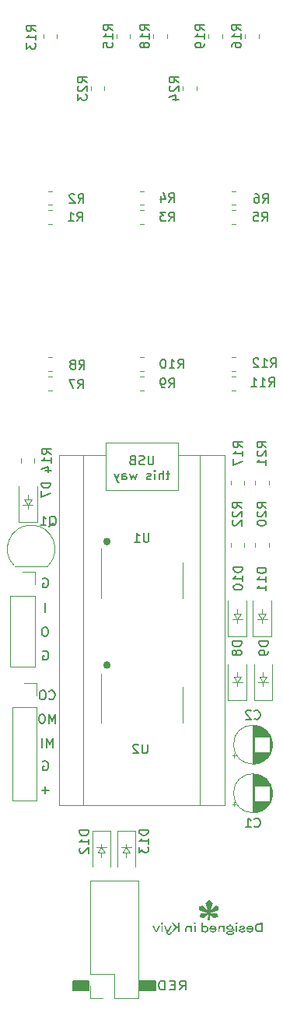
<source format=gbr>
%TF.GenerationSoftware,KiCad,Pcbnew,6.0.11-2627ca5db0~126~ubuntu22.04.1*%
%TF.CreationDate,2023-10-17T21:27:59+03:00*%
%TF.ProjectId,gtoe,67746f65-2e6b-4696-9361-645f70636258,rev?*%
%TF.SameCoordinates,Original*%
%TF.FileFunction,Legend,Bot*%
%TF.FilePolarity,Positive*%
%FSLAX46Y46*%
G04 Gerber Fmt 4.6, Leading zero omitted, Abs format (unit mm)*
G04 Created by KiCad (PCBNEW 6.0.11-2627ca5db0~126~ubuntu22.04.1) date 2023-10-17 21:27:59*
%MOMM*%
%LPD*%
G01*
G04 APERTURE LIST*
%ADD10C,0.150000*%
%ADD11C,0.000000*%
%ADD12C,0.400000*%
%ADD13C,0.200000*%
%ADD14C,0.120000*%
%ADD15C,0.100000*%
G04 APERTURE END LIST*
D10*
X104714285Y-116907142D02*
X104761904Y-116954761D01*
X104904761Y-117002380D01*
X105000000Y-117002380D01*
X105142857Y-116954761D01*
X105238095Y-116859523D01*
X105285714Y-116764285D01*
X105333333Y-116573809D01*
X105333333Y-116430952D01*
X105285714Y-116240476D01*
X105238095Y-116145238D01*
X105142857Y-116050000D01*
X105000000Y-116002380D01*
X104904761Y-116002380D01*
X104761904Y-116050000D01*
X104714285Y-116097619D01*
X104095238Y-116002380D02*
X103904761Y-116002380D01*
X103809523Y-116050000D01*
X103714285Y-116145238D01*
X103666666Y-116335714D01*
X103666666Y-116669047D01*
X103714285Y-116859523D01*
X103809523Y-116954761D01*
X103904761Y-117002380D01*
X104095238Y-117002380D01*
X104190476Y-116954761D01*
X104285714Y-116859523D01*
X104333333Y-116669047D01*
X104333333Y-116335714D01*
X104285714Y-116145238D01*
X104190476Y-116050000D01*
X104095238Y-116002380D01*
X104038095Y-111750000D02*
X104133333Y-111702380D01*
X104276190Y-111702380D01*
X104419047Y-111750000D01*
X104514285Y-111845238D01*
X104561904Y-111940476D01*
X104609523Y-112130952D01*
X104609523Y-112273809D01*
X104561904Y-112464285D01*
X104514285Y-112559523D01*
X104419047Y-112654761D01*
X104276190Y-112702380D01*
X104180952Y-112702380D01*
X104038095Y-112654761D01*
X103990476Y-112607142D01*
X103990476Y-112273809D01*
X104180952Y-112273809D01*
D11*
G36*
X125198451Y-142334076D02*
G01*
X125036251Y-142334076D01*
X125036251Y-141610047D01*
X125198451Y-141610047D01*
X125198451Y-142334076D01*
G37*
G36*
X123434129Y-141595670D02*
G01*
X123443586Y-141596026D01*
X123452953Y-141596620D01*
X123462229Y-141597451D01*
X123471415Y-141598519D01*
X123480510Y-141599825D01*
X123489515Y-141601369D01*
X123498430Y-141603150D01*
X123507254Y-141605168D01*
X123515987Y-141607425D01*
X123524630Y-141609919D01*
X123533183Y-141612650D01*
X123541645Y-141615619D01*
X123550016Y-141618826D01*
X123558297Y-141622271D01*
X123566488Y-141625954D01*
X123574548Y-141629665D01*
X123582439Y-141633556D01*
X123590160Y-141637629D01*
X123597711Y-141641884D01*
X123605093Y-141646319D01*
X123612305Y-141650935D01*
X123619347Y-141655732D01*
X123626220Y-141660711D01*
X123632923Y-141665870D01*
X123639456Y-141671210D01*
X123645819Y-141676732D01*
X123652013Y-141682434D01*
X123658037Y-141688318D01*
X123663892Y-141694382D01*
X123669577Y-141700627D01*
X123675091Y-141707054D01*
X123675091Y-141610044D01*
X123824211Y-141610044D01*
X123824211Y-142334073D01*
X123662082Y-142334073D01*
X123662082Y-141956079D01*
X123661975Y-141948703D01*
X123661651Y-141941419D01*
X123661112Y-141934225D01*
X123660358Y-141927123D01*
X123659388Y-141920112D01*
X123658202Y-141913191D01*
X123656801Y-141906362D01*
X123655185Y-141899623D01*
X123653353Y-141892974D01*
X123651306Y-141886416D01*
X123649043Y-141879948D01*
X123646566Y-141873571D01*
X123643873Y-141867283D01*
X123640964Y-141861086D01*
X123637841Y-141854978D01*
X123634502Y-141848960D01*
X123630985Y-141843066D01*
X123627310Y-141837331D01*
X123623478Y-141831754D01*
X123619489Y-141826335D01*
X123615342Y-141821075D01*
X123611038Y-141815972D01*
X123606576Y-141811028D01*
X123601955Y-141806243D01*
X123597176Y-141801615D01*
X123592238Y-141797146D01*
X123587142Y-141792835D01*
X123581887Y-141788683D01*
X123576472Y-141784689D01*
X123570899Y-141780854D01*
X123565165Y-141777176D01*
X123559272Y-141773658D01*
X123553254Y-141770150D01*
X123547145Y-141766869D01*
X123540944Y-141763812D01*
X123534652Y-141760982D01*
X123528269Y-141758378D01*
X123521795Y-141755999D01*
X123515230Y-141753847D01*
X123508575Y-141751921D01*
X123501829Y-141750221D01*
X123494993Y-141748748D01*
X123488066Y-141747501D01*
X123481049Y-141746480D01*
X123473942Y-141745687D01*
X123466746Y-141745119D01*
X123459459Y-141744779D01*
X123452082Y-141744666D01*
X123441725Y-141744886D01*
X123431650Y-141745549D01*
X123421857Y-141746653D01*
X123412347Y-141748199D01*
X123403120Y-141750186D01*
X123394175Y-141752614D01*
X123385513Y-141755484D01*
X123377134Y-141758795D01*
X123369037Y-141762547D01*
X123361223Y-141766741D01*
X123353693Y-141771375D01*
X123346445Y-141776451D01*
X123339481Y-141781967D01*
X123332799Y-141787925D01*
X123326401Y-141794323D01*
X123320286Y-141801162D01*
X123314499Y-141808215D01*
X123309085Y-141815619D01*
X123304045Y-141823372D01*
X123299377Y-141831476D01*
X123295083Y-141839931D01*
X123291162Y-141848736D01*
X123287615Y-141857891D01*
X123284441Y-141867398D01*
X123281640Y-141877254D01*
X123279213Y-141887462D01*
X123277159Y-141898020D01*
X123275478Y-141908930D01*
X123274171Y-141920190D01*
X123273237Y-141931802D01*
X123272677Y-141943764D01*
X123272490Y-141956078D01*
X123272490Y-142334073D01*
X123108881Y-142334073D01*
X123108881Y-141931480D01*
X123109033Y-141918912D01*
X123109492Y-141906548D01*
X123110255Y-141894388D01*
X123111324Y-141882433D01*
X123112699Y-141870682D01*
X123114379Y-141859135D01*
X123116364Y-141847791D01*
X123118655Y-141836652D01*
X123121252Y-141825716D01*
X123124154Y-141814984D01*
X123127361Y-141804455D01*
X123130875Y-141794129D01*
X123134693Y-141784006D01*
X123138817Y-141774087D01*
X123143247Y-141764370D01*
X123147982Y-141754857D01*
X123152999Y-141745405D01*
X123158277Y-141736236D01*
X123163815Y-141727349D01*
X123169613Y-141718746D01*
X123175671Y-141710424D01*
X123181990Y-141702386D01*
X123188568Y-141694630D01*
X123195407Y-141687157D01*
X123202507Y-141679966D01*
X123209866Y-141673059D01*
X123217486Y-141666434D01*
X123225366Y-141660093D01*
X123233505Y-141654034D01*
X123241905Y-141648258D01*
X123250566Y-141642765D01*
X123259486Y-141637556D01*
X123268616Y-141632470D01*
X123277905Y-141627713D01*
X123287352Y-141623284D01*
X123296958Y-141619182D01*
X123306723Y-141615409D01*
X123316646Y-141611964D01*
X123326727Y-141608846D01*
X123336967Y-141606057D01*
X123347366Y-141603596D01*
X123357922Y-141601463D01*
X123368637Y-141599658D01*
X123379510Y-141598181D01*
X123390542Y-141597033D01*
X123401731Y-141596212D01*
X123413079Y-141595720D01*
X123424584Y-141595556D01*
X123424581Y-141595551D01*
X123434129Y-141595670D01*
G37*
D12*
X111200000Y-99800000D02*
G75*
G03*
X111200000Y-99800000I-200000J0D01*
G01*
D11*
G36*
X127092128Y-141790173D02*
G01*
X127093486Y-141772055D01*
X127095387Y-141754219D01*
X127097830Y-141736666D01*
X127100817Y-141719396D01*
X127104346Y-141702409D01*
X127108419Y-141685704D01*
X127113034Y-141669282D01*
X127118192Y-141653143D01*
X127123894Y-141637287D01*
X127130138Y-141621714D01*
X127136924Y-141606424D01*
X127144254Y-141591417D01*
X127152127Y-141576693D01*
X127160542Y-141562252D01*
X127169281Y-141547980D01*
X127178484Y-141534128D01*
X127188152Y-141520694D01*
X127198283Y-141507679D01*
X127208879Y-141495082D01*
X127219939Y-141482904D01*
X127231462Y-141471144D01*
X127243450Y-141459803D01*
X127255901Y-141448881D01*
X127268816Y-141438377D01*
X127282195Y-141428292D01*
X127296038Y-141418625D01*
X127310344Y-141409377D01*
X127325114Y-141400548D01*
X127340347Y-141392136D01*
X127356044Y-141384144D01*
X127371940Y-141376429D01*
X127388129Y-141369212D01*
X127404612Y-141362493D01*
X127421389Y-141356271D01*
X127438460Y-141350547D01*
X127455826Y-141345322D01*
X127473485Y-141340594D01*
X127491439Y-141336363D01*
X127509686Y-141332631D01*
X127528228Y-141329396D01*
X127547064Y-141326659D01*
X127566194Y-141324419D01*
X127585618Y-141322677D01*
X127605336Y-141321433D01*
X127625349Y-141320687D01*
X127645655Y-141320438D01*
X127971469Y-141320437D01*
X127971469Y-142334078D01*
X127645655Y-142334078D01*
X127625349Y-142333829D01*
X127605336Y-142333083D01*
X127585618Y-142331839D01*
X127566193Y-142330097D01*
X127547063Y-142327858D01*
X127528227Y-142325121D01*
X127509685Y-142321887D01*
X127491438Y-142318154D01*
X127473484Y-142313924D01*
X127455824Y-142309196D01*
X127438459Y-142303970D01*
X127421388Y-142298246D01*
X127404611Y-142292025D01*
X127388128Y-142285305D01*
X127371939Y-142278088D01*
X127356044Y-142270372D01*
X127340348Y-142262209D01*
X127325115Y-142253649D01*
X127310345Y-142244692D01*
X127296039Y-142235337D01*
X127282197Y-142225586D01*
X127268818Y-142215438D01*
X127255903Y-142204894D01*
X127243451Y-142193954D01*
X127231464Y-142182617D01*
X127219940Y-142170885D01*
X127208880Y-142158757D01*
X127198285Y-142146234D01*
X127188153Y-142133316D01*
X127178485Y-142120003D01*
X127169282Y-142106295D01*
X127160542Y-142092193D01*
X127152125Y-142077583D01*
X127144251Y-142062714D01*
X127136921Y-142047585D01*
X127130133Y-142032198D01*
X127123889Y-142016551D01*
X127118188Y-142000644D01*
X127113030Y-141984478D01*
X127108415Y-141968051D01*
X127104343Y-141951364D01*
X127100814Y-141934417D01*
X127097828Y-141917210D01*
X127095385Y-141899741D01*
X127093485Y-141882012D01*
X127092128Y-141864022D01*
X127091314Y-141845770D01*
X127091042Y-141827257D01*
X127091042Y-141827255D01*
X127279255Y-141827255D01*
X127279430Y-141839830D01*
X127279956Y-141852211D01*
X127280833Y-141864401D01*
X127282061Y-141876398D01*
X127283640Y-141888203D01*
X127285570Y-141899816D01*
X127287850Y-141911236D01*
X127290481Y-141922464D01*
X127293463Y-141933499D01*
X127296795Y-141944342D01*
X127300478Y-141954993D01*
X127304512Y-141965452D01*
X127308897Y-141975718D01*
X127313632Y-141985792D01*
X127318718Y-141995674D01*
X127324155Y-142005363D01*
X127329744Y-142014640D01*
X127335651Y-142023645D01*
X127341875Y-142032377D01*
X127348417Y-142040838D01*
X127355277Y-142049026D01*
X127362454Y-142056943D01*
X127369948Y-142064588D01*
X127377759Y-142071961D01*
X127385887Y-142079063D01*
X127394331Y-142085893D01*
X127403092Y-142092452D01*
X127412169Y-142098740D01*
X127421562Y-142104756D01*
X127431272Y-142110502D01*
X127441297Y-142115976D01*
X127451638Y-142121180D01*
X127462069Y-142126090D01*
X127472725Y-142130684D01*
X127483608Y-142134962D01*
X127494716Y-142138924D01*
X127506050Y-142142570D01*
X127517609Y-142145899D01*
X127529395Y-142148912D01*
X127541408Y-142151608D01*
X127553646Y-142153987D01*
X127566110Y-142156050D01*
X127578802Y-142157795D01*
X127591719Y-142159223D01*
X127604863Y-142160335D01*
X127618234Y-142161128D01*
X127631831Y-142161605D01*
X127645655Y-142161764D01*
X127786077Y-142161764D01*
X127786077Y-141492748D01*
X127645655Y-141492748D01*
X127631832Y-141492906D01*
X127618235Y-141493380D01*
X127604864Y-141494171D01*
X127591720Y-141495277D01*
X127578802Y-141496700D01*
X127566111Y-141498439D01*
X127553646Y-141500495D01*
X127541408Y-141502868D01*
X127529395Y-141505557D01*
X127517609Y-141508564D01*
X127506049Y-141511887D01*
X127494715Y-141515527D01*
X127483607Y-141519484D01*
X127472724Y-141523759D01*
X127462068Y-141528351D01*
X127451638Y-141533260D01*
X127441298Y-141538470D01*
X127431273Y-141543963D01*
X127421564Y-141549738D01*
X127412171Y-141555797D01*
X127403094Y-141562138D01*
X127394333Y-141568763D01*
X127385889Y-141575670D01*
X127377761Y-141582860D01*
X127369950Y-141590333D01*
X127362456Y-141598089D01*
X127355279Y-141606128D01*
X127348419Y-141614449D01*
X127341877Y-141623053D01*
X127335651Y-141631940D01*
X127329744Y-141641109D01*
X127324155Y-141650561D01*
X127318718Y-141660075D01*
X127313632Y-141669794D01*
X127308897Y-141679717D01*
X127304512Y-141689843D01*
X127300478Y-141700174D01*
X127296795Y-141710710D01*
X127293463Y-141721448D01*
X127290481Y-141732391D01*
X127287850Y-141743537D01*
X127285570Y-141754887D01*
X127283640Y-141766441D01*
X127282061Y-141778197D01*
X127280833Y-141790157D01*
X127279956Y-141802320D01*
X127279430Y-141814686D01*
X127279255Y-141827255D01*
X127091042Y-141827255D01*
X127091314Y-141808574D01*
X127092128Y-141790173D01*
G37*
G36*
X120593658Y-141518769D02*
G01*
X120579161Y-141518769D01*
X120469072Y-141255248D01*
X120703676Y-141255248D01*
X120593658Y-141518769D01*
G37*
G36*
X123979621Y-142381690D02*
G01*
X123980910Y-142367561D01*
X123983057Y-142353908D01*
X123986064Y-142340731D01*
X123989931Y-142328030D01*
X123994657Y-142315804D01*
X124000242Y-142304053D01*
X124006687Y-142292778D01*
X124013992Y-142281978D01*
X124022157Y-142271653D01*
X124031182Y-142261802D01*
X124041067Y-142252427D01*
X124051812Y-142243526D01*
X124063418Y-142235100D01*
X124075884Y-142227148D01*
X124089210Y-142219671D01*
X124103125Y-142212470D01*
X124117719Y-142205709D01*
X124132992Y-142199389D01*
X124148944Y-142193511D01*
X124165575Y-142188073D01*
X124182884Y-142183076D01*
X124200873Y-142178520D01*
X124219541Y-142174406D01*
X124238888Y-142170732D01*
X124258913Y-142167500D01*
X124279617Y-142164710D01*
X124300999Y-142162360D01*
X124323061Y-142160453D01*
X124345800Y-142158986D01*
X124369218Y-142157962D01*
X124393315Y-142157379D01*
X124436735Y-142157379D01*
X124456649Y-142155939D01*
X124475835Y-142154499D01*
X124497445Y-142153326D01*
X124518107Y-142151969D01*
X124537820Y-142150428D01*
X124556583Y-142148704D01*
X124574396Y-142146799D01*
X124591258Y-142144713D01*
X124607168Y-142142447D01*
X124622125Y-142140003D01*
X124636222Y-142137288D01*
X124649548Y-142134215D01*
X124662103Y-142130782D01*
X124668092Y-142128930D01*
X124673888Y-142126988D01*
X124679492Y-142124955D01*
X124684903Y-142122832D01*
X124690122Y-142120618D01*
X124695149Y-142118314D01*
X124699984Y-142115918D01*
X124704627Y-142113431D01*
X124709077Y-142110854D01*
X124713336Y-142108185D01*
X124717194Y-142105414D01*
X124720804Y-142102530D01*
X124724166Y-142099533D01*
X124727279Y-142096423D01*
X124730144Y-142093200D01*
X124732760Y-142089863D01*
X124735127Y-142086414D01*
X124736218Y-142084647D01*
X124737246Y-142082852D01*
X124738212Y-142081028D01*
X124739115Y-142079177D01*
X124739957Y-142077296D01*
X124740736Y-142075388D01*
X124741453Y-142073451D01*
X124742107Y-142071486D01*
X124742700Y-142069493D01*
X124743230Y-142067471D01*
X124744103Y-142063343D01*
X124744727Y-142059102D01*
X124745101Y-142054747D01*
X124745226Y-142050279D01*
X124745174Y-142048129D01*
X124745020Y-142046023D01*
X124744762Y-142043963D01*
X124744402Y-142041947D01*
X124743940Y-142039977D01*
X124743376Y-142038051D01*
X124742709Y-142036171D01*
X124741941Y-142034336D01*
X124741070Y-142032546D01*
X124740099Y-142030801D01*
X124739026Y-142029102D01*
X124737851Y-142027447D01*
X124736576Y-142025839D01*
X124735200Y-142024276D01*
X124733723Y-142022758D01*
X124732146Y-142021286D01*
X124730317Y-142019884D01*
X124728428Y-142018572D01*
X124726481Y-142017349D01*
X124724476Y-142016217D01*
X124722413Y-142015176D01*
X124720291Y-142014224D01*
X124718113Y-142013363D01*
X124715876Y-142012592D01*
X124713583Y-142011912D01*
X124711232Y-142011323D01*
X124708825Y-142010823D01*
X124706361Y-142010415D01*
X124703841Y-142010097D01*
X124701265Y-142009870D01*
X124698634Y-142009734D01*
X124695946Y-142009688D01*
X124691218Y-142009779D01*
X124686444Y-142010049D01*
X124681624Y-142010502D01*
X124676760Y-142011136D01*
X124671850Y-142011953D01*
X124666895Y-142012954D01*
X124661894Y-142014138D01*
X124656847Y-142015508D01*
X124651800Y-142016996D01*
X124646798Y-142018578D01*
X124641843Y-142020254D01*
X124636933Y-142022023D01*
X124632068Y-142023883D01*
X124627249Y-142025834D01*
X124622476Y-142027875D01*
X124617747Y-142030004D01*
X124601455Y-142036247D01*
X124585891Y-142041943D01*
X124571052Y-142047097D01*
X124556937Y-142051712D01*
X124549833Y-142053515D01*
X124542276Y-142055323D01*
X124534267Y-142057135D01*
X124525806Y-142058950D01*
X124516892Y-142060766D01*
X124507526Y-142062582D01*
X124497707Y-142064396D01*
X124487437Y-142066208D01*
X124476373Y-142067560D01*
X124464903Y-142068737D01*
X124453026Y-142069737D01*
X124440741Y-142070558D01*
X124428049Y-142071199D01*
X124414949Y-142071658D01*
X124401442Y-142071935D01*
X124387527Y-142072028D01*
X124358316Y-142071598D01*
X124330054Y-142070310D01*
X124302740Y-142068162D01*
X124276376Y-142065155D01*
X124250963Y-142061287D01*
X124226500Y-142056560D01*
X124202989Y-142050972D01*
X124180429Y-142044524D01*
X124169370Y-142040813D01*
X124158640Y-142036921D01*
X124148239Y-142032848D01*
X124138168Y-142028594D01*
X124128424Y-142024159D01*
X124119010Y-142019542D01*
X124109924Y-142014745D01*
X124101166Y-142009767D01*
X124092737Y-142004607D01*
X124084636Y-141999267D01*
X124076862Y-141993746D01*
X124069416Y-141988043D01*
X124062298Y-141982160D01*
X124055507Y-141976095D01*
X124049043Y-141969850D01*
X124042906Y-141963424D01*
X124036945Y-141956653D01*
X124031369Y-141949735D01*
X124026178Y-141942669D01*
X124021372Y-141935456D01*
X124016950Y-141928096D01*
X124012914Y-141920588D01*
X124009262Y-141912933D01*
X124005994Y-141905131D01*
X124003112Y-141897182D01*
X124000613Y-141889086D01*
X123998500Y-141880844D01*
X123996771Y-141872454D01*
X123995426Y-141863917D01*
X123994465Y-141855233D01*
X123993889Y-141846403D01*
X123993697Y-141837426D01*
X123993776Y-141833057D01*
X124161616Y-141833057D01*
X124161853Y-141839839D01*
X124162566Y-141846428D01*
X124163753Y-141852824D01*
X124165415Y-141859028D01*
X124167552Y-141865039D01*
X124170165Y-141870858D01*
X124173252Y-141876484D01*
X124176815Y-141881917D01*
X124180853Y-141887159D01*
X124185366Y-141892208D01*
X124190354Y-141897065D01*
X124195817Y-141901730D01*
X124201756Y-141906203D01*
X124208171Y-141910484D01*
X124215061Y-141914573D01*
X124222426Y-141918470D01*
X124230029Y-141922152D01*
X124237994Y-141925597D01*
X124246321Y-141928804D01*
X124255011Y-141931773D01*
X124264063Y-141934505D01*
X124273478Y-141936999D01*
X124283254Y-141939255D01*
X124293392Y-141941274D01*
X124303893Y-141943055D01*
X124314755Y-141944598D01*
X124325979Y-141945904D01*
X124337565Y-141946973D01*
X124349513Y-141947804D01*
X124361822Y-141948397D01*
X124374492Y-141948753D01*
X124387524Y-141948872D01*
X124413591Y-141948397D01*
X124426082Y-141947804D01*
X124438211Y-141946973D01*
X124449978Y-141945904D01*
X124461384Y-141944598D01*
X124472427Y-141943055D01*
X124483108Y-141941274D01*
X124493428Y-141939255D01*
X124503385Y-141936999D01*
X124512981Y-141934505D01*
X124522214Y-141931773D01*
X124531084Y-141928804D01*
X124539593Y-141925597D01*
X124547739Y-141922152D01*
X124555523Y-141918470D01*
X124562711Y-141914573D01*
X124569435Y-141910484D01*
X124575695Y-141906203D01*
X124581489Y-141901730D01*
X124586820Y-141897065D01*
X124591686Y-141892208D01*
X124593945Y-141889708D01*
X124596088Y-141887159D01*
X124598115Y-141884563D01*
X124600026Y-141881918D01*
X124601821Y-141879225D01*
X124603500Y-141876485D01*
X124605063Y-141873696D01*
X124606510Y-141870859D01*
X124607841Y-141867973D01*
X124609057Y-141865040D01*
X124610156Y-141862059D01*
X124611140Y-141859029D01*
X124612008Y-141855951D01*
X124612760Y-141852825D01*
X124613397Y-141849651D01*
X124613918Y-141846429D01*
X124614323Y-141843158D01*
X124614612Y-141839839D01*
X124614843Y-141833057D01*
X124614612Y-141826274D01*
X124613918Y-141819683D01*
X124612760Y-141813283D01*
X124611140Y-141807075D01*
X124609057Y-141801059D01*
X124606510Y-141795234D01*
X124603500Y-141789602D01*
X124600026Y-141784161D01*
X124596088Y-141778913D01*
X124591686Y-141773858D01*
X124586820Y-141768995D01*
X124581489Y-141764325D01*
X124575695Y-141759847D01*
X124569435Y-141755563D01*
X124562711Y-141751472D01*
X124555523Y-141747574D01*
X124547738Y-141743716D01*
X124539592Y-141740108D01*
X124531083Y-141736750D01*
X124522212Y-141733642D01*
X124512978Y-141730782D01*
X124503383Y-141728172D01*
X124493426Y-141725812D01*
X124483106Y-141723700D01*
X124472425Y-141721837D01*
X124461382Y-141720223D01*
X124449977Y-141718857D01*
X124438210Y-141717741D01*
X124426081Y-141716872D01*
X124413590Y-141716252D01*
X124400738Y-141715880D01*
X124387524Y-141715756D01*
X124374492Y-141715880D01*
X124361821Y-141716252D01*
X124349512Y-141716872D01*
X124337564Y-141717741D01*
X124325979Y-141718858D01*
X124314755Y-141720223D01*
X124303892Y-141721837D01*
X124293392Y-141723700D01*
X124283254Y-141725812D01*
X124273477Y-141728173D01*
X124264063Y-141730783D01*
X124255011Y-141733642D01*
X124246321Y-141736750D01*
X124237994Y-141740109D01*
X124230029Y-141743716D01*
X124222426Y-141747574D01*
X124215061Y-141751472D01*
X124208171Y-141755563D01*
X124201756Y-141759848D01*
X124195817Y-141764325D01*
X124190354Y-141768995D01*
X124185366Y-141773858D01*
X124180853Y-141778913D01*
X124178774Y-141781513D01*
X124176815Y-141784161D01*
X124174974Y-141786857D01*
X124173252Y-141789602D01*
X124171649Y-141792394D01*
X124170165Y-141795234D01*
X124168799Y-141798122D01*
X124167552Y-141801058D01*
X124166424Y-141804043D01*
X124165415Y-141807075D01*
X124164525Y-141810155D01*
X124163753Y-141813283D01*
X124163100Y-141816459D01*
X124162566Y-141819683D01*
X124162150Y-141822955D01*
X124161853Y-141826274D01*
X124161616Y-141833057D01*
X123993776Y-141833057D01*
X123993849Y-141828987D01*
X123994305Y-141820684D01*
X123995066Y-141812518D01*
X123996131Y-141804487D01*
X123997500Y-141796592D01*
X123999175Y-141788834D01*
X124001155Y-141781211D01*
X124003439Y-141773724D01*
X124006030Y-141766373D01*
X124008925Y-141759158D01*
X124012127Y-141752078D01*
X124015634Y-141745134D01*
X124019448Y-141738325D01*
X124023568Y-141731652D01*
X124027994Y-141725114D01*
X124032727Y-141718711D01*
X124037569Y-141712455D01*
X124042684Y-141706357D01*
X124048071Y-141700418D01*
X124053730Y-141694637D01*
X124059660Y-141689013D01*
X124065863Y-141683549D01*
X124072337Y-141678242D01*
X124079083Y-141673094D01*
X124086101Y-141668104D01*
X124093390Y-141663272D01*
X124100950Y-141658599D01*
X124108781Y-141654084D01*
X124116884Y-141649728D01*
X124125257Y-141645531D01*
X124133902Y-141641491D01*
X124142817Y-141637611D01*
X124151793Y-141633894D01*
X124160985Y-141630348D01*
X124170390Y-141626970D01*
X124180011Y-141623763D01*
X124189847Y-141620725D01*
X124199898Y-141617857D01*
X124210163Y-141615159D01*
X124220644Y-141612631D01*
X124231339Y-141610272D01*
X124242250Y-141608082D01*
X124264715Y-141604213D01*
X124288042Y-141601022D01*
X124312228Y-141598509D01*
X124312228Y-141421815D01*
X124475837Y-141421759D01*
X124475837Y-141599867D01*
X124493685Y-141601864D01*
X124511023Y-141604235D01*
X124527854Y-141606980D01*
X124544176Y-141610099D01*
X124559989Y-141613592D01*
X124575293Y-141617458D01*
X124590089Y-141621699D01*
X124604375Y-141626312D01*
X124618153Y-141631299D01*
X124631421Y-141636660D01*
X124644179Y-141642394D01*
X124656429Y-141648500D01*
X124668169Y-141654980D01*
X124679399Y-141661832D01*
X124690119Y-141669057D01*
X124700330Y-141676654D01*
X124709973Y-141684410D01*
X124718993Y-141692470D01*
X124727391Y-141700835D01*
X124735166Y-141709505D01*
X124742319Y-141718480D01*
X124748849Y-141727761D01*
X124754757Y-141737347D01*
X124760043Y-141747238D01*
X124764707Y-141757435D01*
X124768749Y-141767937D01*
X124772168Y-141778745D01*
X124774966Y-141789858D01*
X124777142Y-141801277D01*
X124778696Y-141813002D01*
X124779629Y-141825032D01*
X124779939Y-141837369D01*
X124779839Y-141844010D01*
X124779536Y-141850538D01*
X124779031Y-141856953D01*
X124778323Y-141863256D01*
X124777413Y-141869445D01*
X124776300Y-141875522D01*
X124774983Y-141881486D01*
X124773462Y-141887337D01*
X124771737Y-141893074D01*
X124769807Y-141898698D01*
X124767673Y-141904210D01*
X124765334Y-141909607D01*
X124762789Y-141914892D01*
X124760039Y-141920063D01*
X124757082Y-141925120D01*
X124753919Y-141930064D01*
X124754276Y-141929895D01*
X124754632Y-141929749D01*
X124754988Y-141929625D01*
X124755344Y-141929524D01*
X124755701Y-141929445D01*
X124756057Y-141929389D01*
X124756413Y-141929355D01*
X124756769Y-141929344D01*
X124757126Y-141929355D01*
X124757482Y-141929389D01*
X124757838Y-141929445D01*
X124758194Y-141929524D01*
X124758551Y-141929625D01*
X124758907Y-141929749D01*
X124759263Y-141929895D01*
X124759619Y-141930064D01*
X124772720Y-141930064D01*
X124779518Y-141930391D01*
X124786157Y-141931011D01*
X124792636Y-141931925D01*
X124798957Y-141933133D01*
X124805118Y-141934635D01*
X124811121Y-141936432D01*
X124816965Y-141938522D01*
X124822651Y-141940906D01*
X124828179Y-141943584D01*
X124833548Y-141946557D01*
X124838760Y-141949824D01*
X124843813Y-141953385D01*
X124848709Y-141957241D01*
X124853447Y-141961391D01*
X124858027Y-141965836D01*
X124862450Y-141970576D01*
X124866485Y-141975299D01*
X124870261Y-141980057D01*
X124873777Y-141984850D01*
X124877034Y-141989678D01*
X124880032Y-141994540D01*
X124882769Y-141999437D01*
X124885247Y-142004367D01*
X124887464Y-142009332D01*
X124889421Y-142014331D01*
X124891118Y-142019363D01*
X124892554Y-142024430D01*
X124893730Y-142029530D01*
X124894644Y-142034663D01*
X124895297Y-142039829D01*
X124895690Y-142045029D01*
X124895820Y-142050262D01*
X124895616Y-142059572D01*
X124895004Y-142068678D01*
X124893983Y-142077580D01*
X124892554Y-142086278D01*
X124890717Y-142094772D01*
X124888473Y-142103063D01*
X124885821Y-142111150D01*
X124882761Y-142119033D01*
X124879295Y-142126713D01*
X124875421Y-142134190D01*
X124871141Y-142141462D01*
X124866453Y-142148532D01*
X124861360Y-142155397D01*
X124855859Y-142162060D01*
X124849953Y-142168519D01*
X124843640Y-142174775D01*
X124836966Y-142180827D01*
X124829975Y-142186676D01*
X124822667Y-142192321D01*
X124815043Y-142197762D01*
X124807101Y-142203000D01*
X124798843Y-142208034D01*
X124790268Y-142212865D01*
X124781375Y-142217492D01*
X124772167Y-142221916D01*
X124762641Y-142226136D01*
X124752798Y-142230152D01*
X124742639Y-142233965D01*
X124732163Y-142237574D01*
X124721370Y-142240979D01*
X124710261Y-142244180D01*
X124698834Y-142247178D01*
X124706330Y-142250328D01*
X124713610Y-142253624D01*
X124720675Y-142257067D01*
X124727524Y-142260657D01*
X124734158Y-142264393D01*
X124740578Y-142268275D01*
X124746781Y-142272305D01*
X124752770Y-142276482D01*
X124758544Y-142280805D01*
X124764103Y-142285276D01*
X124769447Y-142289894D01*
X124774576Y-142294660D01*
X124779490Y-142299573D01*
X124784189Y-142304633D01*
X124788674Y-142309841D01*
X124792944Y-142315197D01*
X124796802Y-142320498D01*
X124800412Y-142325902D01*
X124803774Y-142331408D01*
X124806887Y-142337018D01*
X124809752Y-142342730D01*
X124812368Y-142348544D01*
X124814735Y-142354460D01*
X124816854Y-142360478D01*
X124818723Y-142366599D01*
X124820344Y-142372820D01*
X124821715Y-142379144D01*
X124822838Y-142385568D01*
X124823711Y-142392094D01*
X124824335Y-142398720D01*
X124824709Y-142405448D01*
X124824834Y-142412276D01*
X124824642Y-142421066D01*
X124824065Y-142429697D01*
X124823105Y-142438169D01*
X124821760Y-142446483D01*
X124820031Y-142454638D01*
X124817917Y-142462634D01*
X124815419Y-142470472D01*
X124812536Y-142478151D01*
X124809269Y-142485672D01*
X124805617Y-142493035D01*
X124801580Y-142500239D01*
X124797159Y-142507285D01*
X124792353Y-142514173D01*
X124787161Y-142520903D01*
X124781585Y-142527476D01*
X124775624Y-142533890D01*
X124769119Y-142540128D01*
X124762274Y-142546174D01*
X124755090Y-142552026D01*
X124747567Y-142557687D01*
X124739704Y-142563154D01*
X124731502Y-142568429D01*
X124722960Y-142573511D01*
X124714080Y-142578401D01*
X124704860Y-142583099D01*
X124695300Y-142587605D01*
X124685401Y-142591918D01*
X124675163Y-142596039D01*
X124664586Y-142599969D01*
X124653669Y-142603706D01*
X124642413Y-142607252D01*
X124630818Y-142610606D01*
X124618905Y-142613937D01*
X124606698Y-142617054D01*
X124581402Y-142622641D01*
X124554928Y-142627369D01*
X124527278Y-142631236D01*
X124498451Y-142634244D01*
X124468448Y-142636392D01*
X124437268Y-142637680D01*
X124404913Y-142638110D01*
X124373211Y-142637659D01*
X124342548Y-142636306D01*
X124312924Y-142634051D01*
X124284340Y-142630891D01*
X124256796Y-142626826D01*
X124230295Y-142621855D01*
X124204836Y-142615976D01*
X124180421Y-142609190D01*
X124168469Y-142605467D01*
X124156868Y-142601541D01*
X124145619Y-142597411D01*
X124134721Y-142593078D01*
X124124174Y-142588540D01*
X124113978Y-142583799D01*
X124104133Y-142578854D01*
X124094639Y-142573706D01*
X124085495Y-142568354D01*
X124076702Y-142562798D01*
X124068260Y-142557039D01*
X124060168Y-142551076D01*
X124052426Y-142544910D01*
X124045034Y-142538540D01*
X124037993Y-142531968D01*
X124031301Y-142525191D01*
X124024989Y-142518409D01*
X124019085Y-142511457D01*
X124013588Y-142504334D01*
X124008499Y-142497042D01*
X124003817Y-142489579D01*
X123999542Y-142481947D01*
X123995675Y-142474145D01*
X123992215Y-142466173D01*
X123989162Y-142458032D01*
X123986517Y-142449720D01*
X123984278Y-142441239D01*
X123982447Y-142432589D01*
X123981023Y-142423769D01*
X123980005Y-142414780D01*
X123979395Y-142405622D01*
X123979224Y-142397786D01*
X124145705Y-142397786D01*
X124145819Y-142402085D01*
X124146159Y-142406293D01*
X124146727Y-142410411D01*
X124147522Y-142414437D01*
X124148543Y-142418373D01*
X124149791Y-142422218D01*
X124151266Y-142425973D01*
X124152966Y-142429637D01*
X124154893Y-142433210D01*
X124157045Y-142436693D01*
X124159423Y-142440085D01*
X124162027Y-142443387D01*
X124164856Y-142446599D01*
X124167911Y-142449720D01*
X124171190Y-142452751D01*
X124174695Y-142455692D01*
X124178428Y-142458723D01*
X124182386Y-142461663D01*
X124186569Y-142464512D01*
X124190977Y-142467270D01*
X124195611Y-142469937D01*
X124200471Y-142472514D01*
X124205557Y-142474999D01*
X124210869Y-142477394D01*
X124216407Y-142479699D01*
X124222171Y-142481913D01*
X124228162Y-142484037D01*
X124234380Y-142486071D01*
X124240825Y-142488015D01*
X124247498Y-142489868D01*
X124254398Y-142491632D01*
X124261525Y-142493306D01*
X124276414Y-142496363D01*
X124292116Y-142499015D01*
X124308632Y-142501263D01*
X124325962Y-142503104D01*
X124344106Y-142504538D01*
X124363066Y-142505564D01*
X124382841Y-142506180D01*
X124403432Y-142506386D01*
X124424021Y-142506181D01*
X124443795Y-142505565D01*
X124462755Y-142504541D01*
X124480901Y-142503108D01*
X124498232Y-142501268D01*
X124514749Y-142499020D01*
X124530451Y-142496366D01*
X124545338Y-142493306D01*
X124552296Y-142491631D01*
X124559051Y-142489868D01*
X124565602Y-142488014D01*
X124571950Y-142486070D01*
X124578094Y-142484036D01*
X124584035Y-142481912D01*
X124589772Y-142479698D01*
X124595306Y-142477394D01*
X124600636Y-142474999D01*
X124605762Y-142472513D01*
X124610685Y-142469937D01*
X124615403Y-142467270D01*
X124619918Y-142464512D01*
X124624229Y-142461663D01*
X124628336Y-142458723D01*
X124632238Y-142455692D01*
X124635746Y-142452751D01*
X124639028Y-142449720D01*
X124642084Y-142446598D01*
X124644914Y-142443386D01*
X124647518Y-142440084D01*
X124649897Y-142436691D01*
X124652048Y-142433208D01*
X124653974Y-142429635D01*
X124655674Y-142425971D01*
X124657147Y-142422216D01*
X124658394Y-142418371D01*
X124659414Y-142414435D01*
X124660207Y-142410409D01*
X124660774Y-142406292D01*
X124661114Y-142402084D01*
X124661228Y-142397786D01*
X124661114Y-142393480D01*
X124660773Y-142389254D01*
X124660206Y-142385106D01*
X124659411Y-142381037D01*
X124658390Y-142377048D01*
X124657142Y-142373137D01*
X124655667Y-142369305D01*
X124653967Y-142365553D01*
X124652040Y-142361880D01*
X124649888Y-142358286D01*
X124647510Y-142354771D01*
X124644906Y-142351336D01*
X124642077Y-142347981D01*
X124639022Y-142344705D01*
X124635743Y-142341508D01*
X124632238Y-142338392D01*
X124628335Y-142335366D01*
X124624229Y-142332442D01*
X124619918Y-142329619D01*
X124615403Y-142326899D01*
X124610684Y-142324280D01*
X124605762Y-142321763D01*
X124600636Y-142319348D01*
X124595306Y-142317034D01*
X124589772Y-142314822D01*
X124584035Y-142312712D01*
X124578094Y-142310704D01*
X124571950Y-142308797D01*
X124565602Y-142306993D01*
X124559051Y-142305289D01*
X124552296Y-142303688D01*
X124545338Y-142302188D01*
X124530449Y-142299134D01*
X124514746Y-142296489D01*
X124498229Y-142294253D01*
X124480897Y-142292425D01*
X124462752Y-142291004D01*
X124443793Y-142289990D01*
X124424019Y-142289382D01*
X124403433Y-142289180D01*
X124372889Y-142289631D01*
X124344247Y-142290984D01*
X124317507Y-142293239D01*
X124292669Y-142296399D01*
X124280962Y-142298318D01*
X124269731Y-142300464D01*
X124258975Y-142302836D01*
X124248693Y-142305435D01*
X124238887Y-142308261D01*
X124229555Y-142311314D01*
X124220698Y-142314593D01*
X124212315Y-142318100D01*
X124204249Y-142321636D01*
X124196703Y-142325365D01*
X124189677Y-142329287D01*
X124183172Y-142333402D01*
X124177187Y-142337710D01*
X124171723Y-142342211D01*
X124166780Y-142346904D01*
X124162356Y-142351790D01*
X124158454Y-142356867D01*
X124156697Y-142359478D01*
X124155071Y-142362137D01*
X124153575Y-142364844D01*
X124152209Y-142367599D01*
X124150973Y-142370402D01*
X124149868Y-142373253D01*
X124148892Y-142376152D01*
X124148046Y-142379099D01*
X124147331Y-142382094D01*
X124146746Y-142385137D01*
X124146290Y-142388227D01*
X124145965Y-142391365D01*
X124145705Y-142397786D01*
X123979224Y-142397786D01*
X123979192Y-142396294D01*
X123979621Y-142381690D01*
G37*
G36*
X121449411Y-141305942D02*
G01*
X121449411Y-141698359D01*
X121455091Y-141692296D01*
X121460907Y-141686414D01*
X121466859Y-141680712D01*
X121472948Y-141675191D01*
X121479173Y-141669852D01*
X121485533Y-141664693D01*
X121492030Y-141659715D01*
X121498663Y-141654918D01*
X121505431Y-141650302D01*
X121512335Y-141645867D01*
X121519374Y-141641613D01*
X121526549Y-141637539D01*
X121533859Y-141633647D01*
X121541305Y-141629936D01*
X121548885Y-141626406D01*
X121556601Y-141623057D01*
X121564243Y-141619726D01*
X121571963Y-141616609D01*
X121579761Y-141613708D01*
X121587637Y-141611022D01*
X121595593Y-141608551D01*
X121603626Y-141606294D01*
X121611739Y-141604253D01*
X121619931Y-141602427D01*
X121628201Y-141600816D01*
X121636552Y-141599420D01*
X121644981Y-141598238D01*
X121653490Y-141597272D01*
X121662079Y-141596520D01*
X121670748Y-141595983D01*
X121679497Y-141595661D01*
X121688327Y-141595553D01*
X121700930Y-141595745D01*
X121713398Y-141596322D01*
X121725731Y-141597282D01*
X121737929Y-141598627D01*
X121749991Y-141600356D01*
X121761919Y-141602469D01*
X121773710Y-141604967D01*
X121785366Y-141607850D01*
X121796887Y-141611117D01*
X121808271Y-141614769D01*
X121819519Y-141618806D01*
X121830632Y-141623228D01*
X121841608Y-141628034D01*
X121852448Y-141633226D01*
X121863151Y-141638803D01*
X121873718Y-141644765D01*
X121883899Y-141651066D01*
X121893809Y-141657661D01*
X121903447Y-141664550D01*
X121912813Y-141671733D01*
X121921908Y-141679210D01*
X121930731Y-141686982D01*
X121939282Y-141695047D01*
X121947562Y-141703407D01*
X121955570Y-141712060D01*
X121963307Y-141721008D01*
X121970773Y-141730250D01*
X121977966Y-141739787D01*
X121984889Y-141749617D01*
X121991540Y-141759742D01*
X121997920Y-141770161D01*
X122004029Y-141780874D01*
X122009640Y-141791634D01*
X122014889Y-141802552D01*
X122019775Y-141813630D01*
X122024299Y-141824867D01*
X122028461Y-141836262D01*
X122032260Y-141847817D01*
X122035697Y-141859529D01*
X122038771Y-141871401D01*
X122041484Y-141883431D01*
X122043835Y-141895619D01*
X122045824Y-141907965D01*
X122047451Y-141920469D01*
X122048717Y-141933131D01*
X122049620Y-141945951D01*
X122050163Y-141958928D01*
X122050343Y-141972063D01*
X122050163Y-141985202D01*
X122049620Y-141998193D01*
X122048717Y-142011036D01*
X122047451Y-142023731D01*
X122045824Y-142036279D01*
X122043835Y-142048678D01*
X122041484Y-142060931D01*
X122038771Y-142073035D01*
X122035697Y-142084993D01*
X122032260Y-142096804D01*
X122028461Y-142108469D01*
X122024299Y-142119986D01*
X122019775Y-142131358D01*
X122014889Y-142142583D01*
X122009640Y-142153662D01*
X122004029Y-142164595D01*
X121997921Y-142175134D01*
X121991541Y-142185390D01*
X121984890Y-142195363D01*
X121977968Y-142205055D01*
X121970774Y-142214463D01*
X121963309Y-142223589D01*
X121955572Y-142232433D01*
X121947563Y-142240993D01*
X121939284Y-142249271D01*
X121930732Y-142257266D01*
X121921909Y-142264978D01*
X121912814Y-142272407D01*
X121903448Y-142279552D01*
X121893810Y-142286415D01*
X121883900Y-142292994D01*
X121873718Y-142299290D01*
X121863321Y-142305251D01*
X121852765Y-142310828D01*
X121842049Y-142316019D01*
X121831175Y-142320826D01*
X121820142Y-142325247D01*
X121808950Y-142329284D01*
X121797600Y-142332936D01*
X121786091Y-142336204D01*
X121774424Y-142339087D01*
X121762598Y-142341585D01*
X121750614Y-142343699D01*
X121738472Y-142345428D01*
X121726172Y-142346773D01*
X121713715Y-142347734D01*
X121701100Y-142348310D01*
X121688327Y-142348502D01*
X121678785Y-142348390D01*
X121669346Y-142348052D01*
X121660009Y-142347488D01*
X121650775Y-142346699D01*
X121641643Y-142345684D01*
X121632613Y-142344443D01*
X121623685Y-142342976D01*
X121614858Y-142341283D01*
X121606134Y-142339364D01*
X121597511Y-142337218D01*
X121588990Y-142334846D01*
X121580571Y-142332247D01*
X121572252Y-142329421D01*
X121564036Y-142326369D01*
X121555920Y-142323089D01*
X121547905Y-142319582D01*
X121539834Y-142315679D01*
X121531909Y-142311572D01*
X121524131Y-142307261D01*
X121516500Y-142302746D01*
X121509017Y-142298028D01*
X121501680Y-142293105D01*
X121494490Y-142287980D01*
X121487447Y-142282650D01*
X121480552Y-142277117D01*
X121473803Y-142271380D01*
X121467202Y-142265440D01*
X121460747Y-142259296D01*
X121454440Y-142252949D01*
X121448280Y-142246398D01*
X121442267Y-142239644D01*
X121436401Y-142232686D01*
X121436401Y-142334078D01*
X121287212Y-142334078D01*
X121287212Y-141972059D01*
X121446509Y-141972059D01*
X121446623Y-141979977D01*
X121446963Y-141987804D01*
X121447530Y-141995541D01*
X121448323Y-142003186D01*
X121449344Y-142010741D01*
X121450590Y-142018205D01*
X121452063Y-142025579D01*
X121453763Y-142032862D01*
X121455689Y-142040055D01*
X121457841Y-142047157D01*
X121460219Y-142054168D01*
X121462824Y-142061090D01*
X121465654Y-142067921D01*
X121468711Y-142074663D01*
X121471993Y-142081314D01*
X121475501Y-142087875D01*
X121479031Y-142094306D01*
X121482742Y-142100566D01*
X121486634Y-142106657D01*
X121490707Y-142112578D01*
X121494961Y-142118328D01*
X121499396Y-142123909D01*
X121504012Y-142129320D01*
X121508809Y-142134561D01*
X121513787Y-142139633D01*
X121518947Y-142144535D01*
X121524287Y-142149267D01*
X121529808Y-142153830D01*
X121535510Y-142158224D01*
X121541393Y-142162448D01*
X121547457Y-142166503D01*
X121553702Y-142170389D01*
X121559907Y-142174071D01*
X121566214Y-142177516D01*
X121572622Y-142180723D01*
X121579133Y-142183692D01*
X121585746Y-142186424D01*
X121592460Y-142188918D01*
X121599276Y-142191174D01*
X121606195Y-142193193D01*
X121613215Y-142194974D01*
X121620337Y-142196517D01*
X121627560Y-142197823D01*
X121634886Y-142198892D01*
X121642313Y-142199723D01*
X121649842Y-142200316D01*
X121657473Y-142200672D01*
X121665206Y-142200791D01*
X121672768Y-142200672D01*
X121680251Y-142200316D01*
X121687655Y-142199723D01*
X121694980Y-142198892D01*
X121702226Y-142197823D01*
X121709393Y-142196517D01*
X121716481Y-142194974D01*
X121723490Y-142193193D01*
X121730419Y-142191174D01*
X121737270Y-142188918D01*
X121744041Y-142186424D01*
X121750733Y-142183692D01*
X121757346Y-142180723D01*
X121763879Y-142177516D01*
X121770333Y-142174071D01*
X121776708Y-142170389D01*
X121782958Y-142166503D01*
X121789038Y-142162448D01*
X121794947Y-142158224D01*
X121800687Y-142153830D01*
X121806256Y-142149267D01*
X121811656Y-142144535D01*
X121816885Y-142139633D01*
X121821946Y-142134562D01*
X121826836Y-142129321D01*
X121831557Y-142123910D01*
X121836108Y-142118329D01*
X121840490Y-142112578D01*
X121844702Y-142106658D01*
X121848745Y-142100567D01*
X121852618Y-142094306D01*
X121856323Y-142087875D01*
X121859830Y-142081314D01*
X121863112Y-142074663D01*
X121866168Y-142067922D01*
X121868999Y-142061091D01*
X121871603Y-142054170D01*
X121873981Y-142047158D01*
X121876133Y-142040056D01*
X121878059Y-142032863D01*
X121879759Y-142025580D01*
X121881233Y-142018207D01*
X121882479Y-142010743D01*
X121883500Y-142003188D01*
X121884294Y-141995542D01*
X121884861Y-141987805D01*
X121885201Y-141979978D01*
X121885315Y-141972059D01*
X121885201Y-141964140D01*
X121884861Y-141956310D01*
X121884294Y-141948570D01*
X121883500Y-141940920D01*
X121882480Y-141933360D01*
X121881234Y-141925890D01*
X121879760Y-141918510D01*
X121878061Y-141911220D01*
X121876135Y-141904021D01*
X121873983Y-141896912D01*
X121871605Y-141889895D01*
X121869000Y-141882968D01*
X121866170Y-141876132D01*
X121863113Y-141869387D01*
X121859831Y-141862734D01*
X121856323Y-141856172D01*
X121852618Y-141849741D01*
X121848744Y-141843480D01*
X121844701Y-141837389D01*
X121840489Y-141831469D01*
X121836107Y-141825718D01*
X121831556Y-141820137D01*
X121826835Y-141814726D01*
X121821945Y-141809485D01*
X121816885Y-141804413D01*
X121811656Y-141799511D01*
X121806256Y-141794779D01*
X121800687Y-141790216D01*
X121794947Y-141785823D01*
X121789038Y-141781598D01*
X121782958Y-141777544D01*
X121776708Y-141773658D01*
X121770334Y-141769975D01*
X121763880Y-141766531D01*
X121757347Y-141763324D01*
X121750734Y-141760354D01*
X121744042Y-141757623D01*
X121737271Y-141755129D01*
X121730421Y-141752873D01*
X121723492Y-141750854D01*
X121716483Y-141749073D01*
X121709395Y-141747529D01*
X121702228Y-141746223D01*
X121694982Y-141745155D01*
X121687656Y-141744324D01*
X121680252Y-141743730D01*
X121672768Y-141743374D01*
X121665206Y-141743256D01*
X121657473Y-141743374D01*
X121649842Y-141743730D01*
X121642313Y-141744324D01*
X121634885Y-141745155D01*
X121627560Y-141746223D01*
X121620336Y-141747529D01*
X121613215Y-141749073D01*
X121606195Y-141750854D01*
X121599277Y-141752873D01*
X121592460Y-141755129D01*
X121585746Y-141757623D01*
X121579134Y-141760354D01*
X121572623Y-141763324D01*
X121566214Y-141766531D01*
X121559907Y-141769975D01*
X121553702Y-141773658D01*
X121547458Y-141777544D01*
X121541394Y-141781599D01*
X121535511Y-141785823D01*
X121529809Y-141790216D01*
X121524287Y-141794779D01*
X121518947Y-141799512D01*
X121513787Y-141804413D01*
X121508809Y-141809485D01*
X121504012Y-141814726D01*
X121499395Y-141820137D01*
X121494960Y-141825717D01*
X121490706Y-141831468D01*
X121486633Y-141837389D01*
X121482741Y-141843480D01*
X121479030Y-141849740D01*
X121475501Y-141856172D01*
X121471994Y-141862733D01*
X121468712Y-141869387D01*
X121465656Y-141876131D01*
X121462826Y-141882967D01*
X121460221Y-141889893D01*
X121457843Y-141896911D01*
X121455691Y-141904020D01*
X121453765Y-141911219D01*
X121452065Y-141918508D01*
X121450591Y-141925888D01*
X121449344Y-141933358D01*
X121448324Y-141940919D01*
X121447530Y-141948569D01*
X121446963Y-141956309D01*
X121446623Y-141964139D01*
X121446509Y-141972059D01*
X121287212Y-141972059D01*
X121287212Y-141305943D01*
X121449411Y-141305942D01*
G37*
G36*
X118905200Y-142334078D02*
G01*
X118721293Y-142334078D01*
X118721293Y-141914085D01*
X118553296Y-141914085D01*
X118250675Y-142334078D01*
X118032051Y-142334078D01*
X118032051Y-142368794D01*
X118031915Y-142379729D01*
X118031507Y-142390449D01*
X118030826Y-142400956D01*
X118029874Y-142411247D01*
X118028649Y-142421325D01*
X118027153Y-142431187D01*
X118025385Y-142440835D01*
X118023345Y-142450268D01*
X118021034Y-142459486D01*
X118018451Y-142468489D01*
X118015597Y-142477277D01*
X118012472Y-142485849D01*
X118009076Y-142494206D01*
X118005408Y-142502348D01*
X118001470Y-142510274D01*
X117997261Y-142517984D01*
X117992652Y-142525462D01*
X117987874Y-142532689D01*
X117982925Y-142539667D01*
X117977808Y-142546395D01*
X117972520Y-142552873D01*
X117967063Y-142559102D01*
X117961437Y-142565081D01*
X117955640Y-142570812D01*
X117949674Y-142576293D01*
X117943538Y-142581526D01*
X117937231Y-142586511D01*
X117930755Y-142591247D01*
X117924109Y-142595734D01*
X117917293Y-142599974D01*
X117910307Y-142603966D01*
X117903151Y-142607710D01*
X117895690Y-142611392D01*
X117888149Y-142614837D01*
X117880529Y-142618044D01*
X117872829Y-142621013D01*
X117865050Y-142623745D01*
X117857192Y-142626239D01*
X117849254Y-142628495D01*
X117841237Y-142630514D01*
X117833140Y-142632295D01*
X117824965Y-142633838D01*
X117816710Y-142635144D01*
X117808377Y-142636213D01*
X117799964Y-142637044D01*
X117791473Y-142637637D01*
X117782903Y-142637993D01*
X117774254Y-142638112D01*
X117765254Y-142637993D01*
X117756355Y-142637637D01*
X117747558Y-142637044D01*
X117738862Y-142636213D01*
X117730268Y-142635144D01*
X117721776Y-142633838D01*
X117713385Y-142632295D01*
X117705096Y-142630514D01*
X117696909Y-142628495D01*
X117688824Y-142626239D01*
X117680840Y-142623745D01*
X117672959Y-142621013D01*
X117665181Y-142618044D01*
X117657504Y-142614837D01*
X117649930Y-142611392D01*
X117642458Y-142607710D01*
X117634963Y-142603982D01*
X117627683Y-142600040D01*
X117620618Y-142595884D01*
X117613768Y-142591513D01*
X117607134Y-142586927D01*
X117600715Y-142582126D01*
X117594511Y-142577111D01*
X117588522Y-142571880D01*
X117582748Y-142566435D01*
X117577189Y-142560775D01*
X117571845Y-142554900D01*
X117566716Y-142548810D01*
X117561802Y-142542504D01*
X117557103Y-142535984D01*
X117552618Y-142529248D01*
X117548348Y-142522297D01*
X117544140Y-142515158D01*
X117540204Y-142507862D01*
X117536540Y-142500407D01*
X117533148Y-142492794D01*
X117530028Y-142485023D01*
X117527180Y-142477094D01*
X117524604Y-142469006D01*
X117522299Y-142460760D01*
X117520266Y-142452356D01*
X117518505Y-142443793D01*
X117517014Y-142435071D01*
X117515795Y-142426192D01*
X117514847Y-142417153D01*
X117514170Y-142407956D01*
X117513764Y-142398601D01*
X117513628Y-142389087D01*
X117513628Y-142344189D01*
X117513558Y-142336406D01*
X117513349Y-142328986D01*
X117513001Y-142321929D01*
X117512516Y-142315236D01*
X117511895Y-142308904D01*
X117511139Y-142302934D01*
X117510250Y-142297326D01*
X117509228Y-142292078D01*
X117508028Y-142286896D01*
X117506603Y-142281487D01*
X117504953Y-142275851D01*
X117503077Y-142269989D01*
X117500976Y-142263902D01*
X117498649Y-142257588D01*
X117496097Y-142251048D01*
X117493318Y-142244283D01*
X117226929Y-141610051D01*
X117396341Y-141610051D01*
X117591843Y-142099477D01*
X117593362Y-142103270D01*
X117595068Y-142107441D01*
X117596962Y-142111978D01*
X117599043Y-142116871D01*
X117599737Y-142119094D01*
X117600390Y-142121400D01*
X117601002Y-142123791D01*
X117601568Y-142126268D01*
X117602088Y-142128835D01*
X117602559Y-142131493D01*
X117602978Y-142134244D01*
X117603343Y-142137091D01*
X117603541Y-142135644D01*
X117603773Y-142134198D01*
X117604039Y-142132753D01*
X117604341Y-142131308D01*
X117604676Y-142129864D01*
X117605047Y-142128420D01*
X117605452Y-142126976D01*
X117605891Y-142125533D01*
X117606365Y-142124089D01*
X117606873Y-142122646D01*
X117607416Y-142121202D01*
X117607993Y-142119757D01*
X117608604Y-142118312D01*
X117609249Y-142116867D01*
X117610643Y-142113973D01*
X117611731Y-142110780D01*
X117612818Y-142107719D01*
X117613906Y-142104792D01*
X117614993Y-142101999D01*
X117616081Y-142099342D01*
X117617168Y-142096822D01*
X117618256Y-142094441D01*
X117619343Y-142092199D01*
X117862581Y-141610055D01*
X118047972Y-141610055D01*
X117685958Y-142289186D01*
X117683523Y-142294252D01*
X117681317Y-142299316D01*
X117679340Y-142304379D01*
X117677592Y-142309442D01*
X117676803Y-142311973D01*
X117676072Y-142314505D01*
X117675397Y-142317036D01*
X117674780Y-142319568D01*
X117674219Y-142322100D01*
X117673715Y-142324632D01*
X117673268Y-142327165D01*
X117672878Y-142329698D01*
X117672212Y-142334630D01*
X117671639Y-142340014D01*
X117671157Y-142345848D01*
X117670765Y-142352135D01*
X117670463Y-142358874D01*
X117670248Y-142366065D01*
X117670120Y-142373710D01*
X117670078Y-142381808D01*
X117670078Y-142393406D01*
X117670186Y-142399307D01*
X117670509Y-142405061D01*
X117671048Y-142410669D01*
X117671801Y-142416130D01*
X117672770Y-142421445D01*
X117673954Y-142426612D01*
X117675352Y-142431633D01*
X117676966Y-142436507D01*
X117678793Y-142441234D01*
X117680835Y-142445813D01*
X117683091Y-142450246D01*
X117685561Y-142454531D01*
X117688245Y-142458668D01*
X117691142Y-142462657D01*
X117694254Y-142466499D01*
X117697578Y-142470193D01*
X117701090Y-142473876D01*
X117704748Y-142477321D01*
X117708553Y-142480528D01*
X117712504Y-142483497D01*
X117716603Y-142486228D01*
X117720847Y-142488722D01*
X117725239Y-142490979D01*
X117729778Y-142492997D01*
X117734464Y-142494778D01*
X117739298Y-142496322D01*
X117744279Y-142497628D01*
X117749407Y-142498696D01*
X117754683Y-142499527D01*
X117760107Y-142500121D01*
X117765679Y-142500477D01*
X117771398Y-142500596D01*
X117775182Y-142500539D01*
X117778933Y-142500368D01*
X117782650Y-142500084D01*
X117786334Y-142499686D01*
X117789984Y-142499174D01*
X117793600Y-142498550D01*
X117797183Y-142497812D01*
X117800732Y-142496961D01*
X117804247Y-142495997D01*
X117807728Y-142494921D01*
X117811175Y-142493732D01*
X117814588Y-142492430D01*
X117817967Y-142491016D01*
X117821312Y-142489489D01*
X117824622Y-142487850D01*
X117827898Y-142486100D01*
X117830936Y-142484239D01*
X117833894Y-142482277D01*
X117836773Y-142480212D01*
X117839573Y-142478045D01*
X117842295Y-142475777D01*
X117844937Y-142473406D01*
X117847500Y-142470934D01*
X117849983Y-142468359D01*
X117852388Y-142465683D01*
X117854713Y-142462905D01*
X117856959Y-142460025D01*
X117859125Y-142457043D01*
X117861213Y-142453960D01*
X117863221Y-142450775D01*
X117865149Y-142447488D01*
X117866998Y-142444100D01*
X117868760Y-142440802D01*
X117870406Y-142437424D01*
X117871938Y-142433967D01*
X117873356Y-142430430D01*
X117874660Y-142426813D01*
X117875849Y-142423117D01*
X117876924Y-142419342D01*
X117877886Y-142415488D01*
X117878734Y-142411554D01*
X117879468Y-142407541D01*
X117880089Y-142403449D01*
X117880597Y-142399279D01*
X117880992Y-142395029D01*
X117881273Y-142390701D01*
X117881442Y-142386294D01*
X117881499Y-142381809D01*
X117881499Y-142329699D01*
X118026491Y-142329699D01*
X118396919Y-141812766D01*
X118042188Y-141320441D01*
X118249286Y-141320441D01*
X118551907Y-141740364D01*
X118721318Y-141740364D01*
X118721318Y-141320441D01*
X118905200Y-141320437D01*
X118905200Y-142334078D01*
G37*
D10*
X109025000Y-147600000D02*
X107325000Y-147600000D01*
X107325000Y-147600000D02*
X107325000Y-148650000D01*
X107325000Y-148650000D02*
X109025000Y-148650000D01*
X109025000Y-148650000D02*
X109025000Y-147600000D01*
G36*
X109025000Y-147600000D02*
G01*
X107325000Y-147600000D01*
X107325000Y-148650000D01*
X109025000Y-148650000D01*
X109025000Y-147600000D01*
G37*
D11*
G36*
X117014028Y-141518769D02*
G01*
X116999528Y-141518769D01*
X116889509Y-141255248D01*
X117124116Y-141255248D01*
X117014028Y-141518769D01*
G37*
D10*
X116250000Y-147600000D02*
X114550000Y-147600000D01*
X114550000Y-147600000D02*
X114550000Y-148650000D01*
X114550000Y-148650000D02*
X116250000Y-148650000D01*
X116250000Y-148650000D02*
X116250000Y-147600000D01*
G36*
X116250000Y-147600000D02*
G01*
X114550000Y-147600000D01*
X114550000Y-148650000D01*
X116250000Y-148650000D01*
X116250000Y-147600000D01*
G37*
D11*
G36*
X125734191Y-141591171D02*
G01*
X125754352Y-141591534D01*
X125774291Y-141592623D01*
X125794005Y-141594438D01*
X125813494Y-141596976D01*
X125832757Y-141600239D01*
X125851793Y-141604224D01*
X125870600Y-141608932D01*
X125889178Y-141614361D01*
X125898308Y-141617365D01*
X125907234Y-141620584D01*
X125915956Y-141624019D01*
X125924474Y-141627670D01*
X125932787Y-141631536D01*
X125940897Y-141635617D01*
X125948803Y-141639914D01*
X125956505Y-141644426D01*
X125964003Y-141649152D01*
X125971298Y-141654094D01*
X125978388Y-141659250D01*
X125985276Y-141664621D01*
X125991960Y-141670206D01*
X125998441Y-141676006D01*
X126004718Y-141682021D01*
X126010792Y-141688249D01*
X126016580Y-141694691D01*
X126021994Y-141701347D01*
X126027035Y-141708217D01*
X126031702Y-141715301D01*
X126035997Y-141722599D01*
X126039918Y-141730113D01*
X126043466Y-141737840D01*
X126046640Y-141745783D01*
X126049441Y-141753941D01*
X126051869Y-141762314D01*
X126053923Y-141770902D01*
X126055604Y-141779705D01*
X126056912Y-141788724D01*
X126057845Y-141797959D01*
X126058406Y-141807409D01*
X126058593Y-141817076D01*
X126058434Y-141826019D01*
X126057958Y-141834747D01*
X126057164Y-141843261D01*
X126056053Y-141851560D01*
X126054625Y-141859643D01*
X126052880Y-141867512D01*
X126050818Y-141875166D01*
X126048439Y-141882605D01*
X126045743Y-141889829D01*
X126042731Y-141896838D01*
X126039402Y-141903632D01*
X126035757Y-141910211D01*
X126031795Y-141916575D01*
X126027517Y-141922724D01*
X126022923Y-141928658D01*
X126018013Y-141934377D01*
X126012667Y-141939909D01*
X126007128Y-141945283D01*
X126001398Y-141950498D01*
X125995475Y-141955555D01*
X125989360Y-141960453D01*
X125983053Y-141965193D01*
X125976554Y-141969775D01*
X125969862Y-141974198D01*
X125962978Y-141978463D01*
X125955902Y-141982569D01*
X125948634Y-141986517D01*
X125941173Y-141990306D01*
X125933520Y-141993937D01*
X125925675Y-141997410D01*
X125917638Y-142000724D01*
X125909408Y-142003881D01*
X125892259Y-142009604D01*
X125874119Y-142015193D01*
X125854986Y-142020647D01*
X125834859Y-142025965D01*
X125813736Y-142031147D01*
X125791616Y-142036194D01*
X125768498Y-142041105D01*
X125744381Y-142045880D01*
X125741833Y-142046265D01*
X125739291Y-142046700D01*
X125736752Y-142047182D01*
X125734217Y-142047710D01*
X125731684Y-142048284D01*
X125729152Y-142048901D01*
X125726621Y-142049560D01*
X125724090Y-142050261D01*
X125719098Y-142050981D01*
X125714310Y-142051701D01*
X125709710Y-142052421D01*
X125705280Y-142053141D01*
X125678039Y-142058117D01*
X125654244Y-142062907D01*
X125643637Y-142065234D01*
X125633889Y-142067517D01*
X125625000Y-142069755D01*
X125616970Y-142071950D01*
X125609229Y-142074219D01*
X125605527Y-142075418D01*
X125601938Y-142076661D01*
X125598461Y-142077948D01*
X125595097Y-142079279D01*
X125591845Y-142080654D01*
X125588707Y-142082074D01*
X125585682Y-142083539D01*
X125582771Y-142085049D01*
X125579973Y-142086604D01*
X125577288Y-142088204D01*
X125574718Y-142089851D01*
X125572261Y-142091544D01*
X125569918Y-142093283D01*
X125567690Y-142095068D01*
X125565584Y-142096924D01*
X125563615Y-142098870D01*
X125561781Y-142100908D01*
X125560083Y-142103037D01*
X125558521Y-142105258D01*
X125557094Y-142107569D01*
X125555803Y-142109971D01*
X125554648Y-142112463D01*
X125553629Y-142115047D01*
X125552746Y-142117720D01*
X125551998Y-142120484D01*
X125551387Y-142123338D01*
X125550911Y-142126282D01*
X125550571Y-142129316D01*
X125550367Y-142132439D01*
X125550299Y-142135653D01*
X125550401Y-142139584D01*
X125550707Y-142143414D01*
X125551217Y-142147143D01*
X125551931Y-142150770D01*
X125552848Y-142154295D01*
X125553969Y-142157718D01*
X125555294Y-142161040D01*
X125556823Y-142164260D01*
X125558556Y-142167378D01*
X125560492Y-142170394D01*
X125562633Y-142173308D01*
X125564976Y-142176120D01*
X125567524Y-142178830D01*
X125570275Y-142181437D01*
X125573230Y-142183943D01*
X125576389Y-142186347D01*
X125579693Y-142188660D01*
X125583087Y-142190895D01*
X125586571Y-142193050D01*
X125590145Y-142195125D01*
X125593809Y-142197121D01*
X125597564Y-142199038D01*
X125601409Y-142200876D01*
X125605345Y-142202634D01*
X125609372Y-142204313D01*
X125613489Y-142205913D01*
X125617697Y-142207434D01*
X125621995Y-142208876D01*
X125626385Y-142210238D01*
X125630865Y-142211521D01*
X125635437Y-142212725D01*
X125640099Y-142213850D01*
X125649512Y-142215895D01*
X125658924Y-142217665D01*
X125668337Y-142219161D01*
X125677749Y-142220383D01*
X125687162Y-142221332D01*
X125696574Y-142222009D01*
X125705987Y-142222415D01*
X125715399Y-142222550D01*
X125725440Y-142222409D01*
X125735288Y-142221985D01*
X125744945Y-142221278D01*
X125754410Y-142220288D01*
X125763683Y-142219015D01*
X125772764Y-142217460D01*
X125781652Y-142215621D01*
X125790349Y-142213500D01*
X125798853Y-142211096D01*
X125807165Y-142208409D01*
X125815284Y-142205439D01*
X125823212Y-142202187D01*
X125830946Y-142198651D01*
X125838488Y-142194832D01*
X125845837Y-142190731D01*
X125852994Y-142186347D01*
X125859713Y-142181720D01*
X125866115Y-142176889D01*
X125872201Y-142171853D01*
X125877970Y-142166614D01*
X125883423Y-142161170D01*
X125888559Y-142155523D01*
X125893378Y-142149672D01*
X125897880Y-142143617D01*
X125902065Y-142137359D01*
X125905934Y-142130896D01*
X125909486Y-142124231D01*
X125912721Y-142117362D01*
X125915640Y-142110289D01*
X125918241Y-142103013D01*
X125920526Y-142095534D01*
X125922494Y-142087852D01*
X126087593Y-142087852D01*
X126085080Y-142104070D01*
X126081887Y-142119778D01*
X126078015Y-142134978D01*
X126073464Y-142149669D01*
X126068234Y-142163851D01*
X126062324Y-142177525D01*
X126055736Y-142190689D01*
X126048468Y-142203344D01*
X126040522Y-142215490D01*
X126031898Y-142227127D01*
X126022595Y-142238254D01*
X126012614Y-142248873D01*
X126001954Y-142258982D01*
X125990617Y-142268582D01*
X125978601Y-142277672D01*
X125965908Y-142286253D01*
X125952711Y-142294319D01*
X125939186Y-142301865D01*
X125925333Y-142308890D01*
X125911152Y-142315394D01*
X125896643Y-142321378D01*
X125881806Y-142326842D01*
X125866642Y-142331785D01*
X125851149Y-142336208D01*
X125835328Y-142340111D01*
X125819179Y-142343493D01*
X125802703Y-142346355D01*
X125785898Y-142348696D01*
X125768765Y-142350517D01*
X125751303Y-142351818D01*
X125733514Y-142352598D01*
X125715397Y-142352859D01*
X125693517Y-142352474D01*
X125672047Y-142351321D01*
X125650985Y-142349399D01*
X125630331Y-142346708D01*
X125610084Y-142343248D01*
X125590244Y-142339018D01*
X125570811Y-142334020D01*
X125551783Y-142328252D01*
X125542309Y-142325074D01*
X125533072Y-142321691D01*
X125524072Y-142318105D01*
X125515310Y-142314315D01*
X125506784Y-142310321D01*
X125498496Y-142306124D01*
X125490446Y-142301723D01*
X125482632Y-142297118D01*
X125475057Y-142292310D01*
X125467718Y-142287298D01*
X125460618Y-142282082D01*
X125453755Y-142276663D01*
X125447131Y-142271040D01*
X125440744Y-142265214D01*
X125434595Y-142259184D01*
X125428684Y-142252950D01*
X125423073Y-142246524D01*
X125417825Y-142239916D01*
X125412939Y-142233126D01*
X125408416Y-142226154D01*
X125404255Y-142219001D01*
X125400456Y-142211665D01*
X125397019Y-142204149D01*
X125393945Y-142196451D01*
X125391232Y-142188573D01*
X125388881Y-142180513D01*
X125386893Y-142172273D01*
X125385266Y-142163852D01*
X125384000Y-142155251D01*
X125383096Y-142146469D01*
X125382554Y-142137508D01*
X125382374Y-142128366D01*
X125382526Y-142119961D01*
X125382984Y-142111761D01*
X125383748Y-142103764D01*
X125384817Y-142095972D01*
X125386191Y-142088383D01*
X125387871Y-142080999D01*
X125389856Y-142073818D01*
X125392147Y-142066841D01*
X125394744Y-142060068D01*
X125397645Y-142053498D01*
X125400853Y-142047131D01*
X125404366Y-142040968D01*
X125408184Y-142035008D01*
X125412308Y-142029252D01*
X125416738Y-142023698D01*
X125421473Y-142018347D01*
X125426281Y-142012996D01*
X125431291Y-142007804D01*
X125436505Y-142002770D01*
X125441921Y-141997894D01*
X125447541Y-141993177D01*
X125453364Y-141988619D01*
X125459390Y-141984219D01*
X125465620Y-141979977D01*
X125472053Y-141975894D01*
X125478690Y-141971969D01*
X125485531Y-141968202D01*
X125492575Y-141964594D01*
X125499824Y-141961144D01*
X125507276Y-141957852D01*
X125514933Y-141954718D01*
X125522794Y-141951742D01*
X125538838Y-141945701D01*
X125555834Y-141939886D01*
X125573783Y-141934297D01*
X125592684Y-141928933D01*
X125612535Y-141923796D01*
X125633336Y-141918885D01*
X125655086Y-141914200D01*
X125677783Y-141909742D01*
X125679189Y-141909405D01*
X125680557Y-141909112D01*
X125681884Y-141908865D01*
X125683172Y-141908662D01*
X125684417Y-141908505D01*
X125685620Y-141908392D01*
X125686779Y-141908325D01*
X125687893Y-141908302D01*
X125690146Y-141907582D01*
X125691335Y-141907222D01*
X125692569Y-141906862D01*
X125693850Y-141906502D01*
X125695181Y-141906142D01*
X125696564Y-141905782D01*
X125698003Y-141905422D01*
X125702267Y-141904702D01*
X125706356Y-141903982D01*
X125710264Y-141903262D01*
X125713982Y-141902542D01*
X125715454Y-141902182D01*
X125717020Y-141901822D01*
X125718680Y-141901462D01*
X125720435Y-141901102D01*
X125722284Y-141900742D01*
X125724228Y-141900382D01*
X125728402Y-141899662D01*
X125756557Y-141894675D01*
X125781646Y-141889860D01*
X125803657Y-141885225D01*
X125822582Y-141880780D01*
X125830704Y-141878157D01*
X125838415Y-141875356D01*
X125842116Y-141873888D01*
X125845715Y-141872376D01*
X125849211Y-141870819D01*
X125852606Y-141869217D01*
X125855899Y-141867569D01*
X125859090Y-141865876D01*
X125862179Y-141864138D01*
X125865168Y-141862354D01*
X125868055Y-141860524D01*
X125870841Y-141858648D01*
X125873527Y-141856726D01*
X125876112Y-141854758D01*
X125878568Y-141852546D01*
X125880865Y-141850255D01*
X125883005Y-141847884D01*
X125884986Y-141845434D01*
X125886809Y-141842905D01*
X125888473Y-141840297D01*
X125889979Y-141837609D01*
X125891327Y-141834843D01*
X125892516Y-141831997D01*
X125893547Y-141829072D01*
X125894419Y-141826068D01*
X125895133Y-141822984D01*
X125895688Y-141819822D01*
X125896085Y-141816580D01*
X125896323Y-141813260D01*
X125896402Y-141809860D01*
X125896233Y-141804526D01*
X125895725Y-141799383D01*
X125894878Y-141794432D01*
X125893692Y-141789674D01*
X125892167Y-141785107D01*
X125890302Y-141780733D01*
X125888099Y-141776551D01*
X125885556Y-141772560D01*
X125882673Y-141768763D01*
X125879451Y-141765157D01*
X125875890Y-141761744D01*
X125871988Y-141758524D01*
X125867747Y-141755496D01*
X125863165Y-141752661D01*
X125858244Y-141750018D01*
X125852982Y-141747568D01*
X125847325Y-141745288D01*
X125841577Y-141743156D01*
X125835738Y-141741171D01*
X125829808Y-141739334D01*
X125823787Y-141737644D01*
X125817676Y-141736101D01*
X125811474Y-141734705D01*
X125805182Y-141733456D01*
X125798799Y-141732355D01*
X125792326Y-141731400D01*
X125785762Y-141730593D01*
X125779108Y-141729932D01*
X125772364Y-141729419D01*
X125765530Y-141729052D01*
X125758605Y-141728832D01*
X125751590Y-141728758D01*
X125742608Y-141728877D01*
X125733761Y-141729233D01*
X125725051Y-141729827D01*
X125716477Y-141730658D01*
X125708038Y-141731726D01*
X125699736Y-141733032D01*
X125691570Y-141734576D01*
X125683539Y-141736357D01*
X125675644Y-141738375D01*
X125667885Y-141740632D01*
X125660262Y-141743125D01*
X125652774Y-141745857D01*
X125645422Y-141748826D01*
X125638205Y-141752033D01*
X125631124Y-141755478D01*
X125624179Y-141759161D01*
X125617278Y-141762899D01*
X125610694Y-141766875D01*
X125604426Y-141771088D01*
X125598476Y-141775539D01*
X125592842Y-141780227D01*
X125587526Y-141785152D01*
X125582526Y-141790314D01*
X125577842Y-141795714D01*
X125573476Y-141801352D01*
X125569426Y-141807227D01*
X125565693Y-141813340D01*
X125562277Y-141819691D01*
X125559177Y-141826280D01*
X125556394Y-141833106D01*
X125553928Y-141840170D01*
X125551779Y-141847473D01*
X125385265Y-141847473D01*
X125387579Y-141831448D01*
X125390538Y-141815954D01*
X125394141Y-141800993D01*
X125398390Y-141786562D01*
X125403283Y-141772663D01*
X125408822Y-141759296D01*
X125415005Y-141746461D01*
X125421833Y-141734157D01*
X125429306Y-141722385D01*
X125437424Y-141711144D01*
X125446186Y-141700436D01*
X125455593Y-141690259D01*
X125465645Y-141680614D01*
X125476341Y-141671501D01*
X125487682Y-141662919D01*
X125499668Y-141654870D01*
X125512122Y-141647155D01*
X125524869Y-141639938D01*
X125537910Y-141633219D01*
X125551244Y-141626997D01*
X125564872Y-141621274D01*
X125578794Y-141616048D01*
X125593010Y-141611320D01*
X125607519Y-141607089D01*
X125622323Y-141603357D01*
X125637421Y-141600122D01*
X125652814Y-141597385D01*
X125668501Y-141595145D01*
X125684483Y-141593404D01*
X125700760Y-141592159D01*
X125717332Y-141591413D01*
X125734199Y-141591164D01*
X125734191Y-141591171D01*
G37*
G36*
X116373998Y-142189270D02*
G01*
X116382698Y-142189270D01*
X116602802Y-141610050D01*
X116788121Y-141610047D01*
X116491297Y-142334076D01*
X116269706Y-142334076D01*
X115971468Y-141610047D01*
X116153890Y-141610047D01*
X116373998Y-142189270D01*
G37*
G36*
X125123151Y-141518769D02*
G01*
X125108651Y-141518769D01*
X124998635Y-141255248D01*
X125233169Y-141255248D01*
X125123151Y-141518769D01*
G37*
G36*
X122523151Y-139146514D02*
G01*
X122200237Y-140057136D01*
X122768501Y-139378996D01*
X123181848Y-139488802D01*
X123181848Y-139934391D01*
X122232480Y-140224992D01*
X123001054Y-140224992D01*
X123123728Y-140670652D01*
X122678139Y-140799831D01*
X122180864Y-140354171D01*
X122238986Y-141000000D01*
X122000000Y-141000000D01*
X122058122Y-140354171D01*
X121554412Y-140799831D01*
X121115258Y-140670652D01*
X121237933Y-140224992D01*
X122006435Y-140224992D01*
X121050633Y-139934391D01*
X121050633Y-139488802D01*
X121463980Y-139378996D01*
X122032314Y-140057136D01*
X121709400Y-139146514D01*
X122116239Y-138804227D01*
X122523151Y-139146514D01*
G37*
G36*
X122175598Y-141878892D02*
G01*
X122178480Y-141867044D01*
X122181748Y-141855353D01*
X122185400Y-141843822D01*
X122189437Y-141832448D01*
X122193859Y-141821234D01*
X122198665Y-141810179D01*
X122203857Y-141799282D01*
X122209434Y-141788545D01*
X122215397Y-141777967D01*
X122221697Y-141767435D01*
X122228292Y-141757197D01*
X122235181Y-141747253D01*
X122242364Y-141737604D01*
X122249841Y-141728249D01*
X122257613Y-141719188D01*
X122265678Y-141710422D01*
X122274038Y-141701949D01*
X122282691Y-141693771D01*
X122291639Y-141685887D01*
X122300881Y-141678297D01*
X122310418Y-141671002D01*
X122320248Y-141664000D01*
X122330373Y-141657292D01*
X122340792Y-141650878D01*
X122351505Y-141644758D01*
X122362264Y-141638796D01*
X122373183Y-141633219D01*
X122384261Y-141628027D01*
X122395497Y-141623220D01*
X122406893Y-141618798D01*
X122418447Y-141614761D01*
X122430160Y-141611109D01*
X122442031Y-141607842D01*
X122454061Y-141604959D01*
X122466249Y-141602461D01*
X122478595Y-141600348D01*
X122491100Y-141598619D01*
X122503762Y-141597274D01*
X122516581Y-141596314D01*
X122529559Y-141595738D01*
X122542694Y-141595546D01*
X122542737Y-141595551D01*
X122556238Y-141595750D01*
X122569591Y-141596344D01*
X122582797Y-141597335D01*
X122595854Y-141598721D01*
X122608764Y-141600504D01*
X122621526Y-141602683D01*
X122634141Y-141605258D01*
X122646608Y-141608229D01*
X122658929Y-141611596D01*
X122671102Y-141615358D01*
X122683129Y-141619517D01*
X122695009Y-141624071D01*
X122706743Y-141629021D01*
X122718330Y-141634367D01*
X122729771Y-141640108D01*
X122741067Y-141646245D01*
X122752143Y-141652546D01*
X122762924Y-141659141D01*
X122773411Y-141666030D01*
X122783604Y-141673213D01*
X122793503Y-141680690D01*
X122803107Y-141688462D01*
X122812418Y-141696527D01*
X122821434Y-141704887D01*
X122830155Y-141713541D01*
X122838583Y-141722488D01*
X122846717Y-141731731D01*
X122854556Y-141741267D01*
X122862101Y-141751097D01*
X122869353Y-141761222D01*
X122876310Y-141771641D01*
X122882973Y-141782354D01*
X122889286Y-141793119D01*
X122895193Y-141804053D01*
X122900694Y-141815158D01*
X122905788Y-141826432D01*
X122910475Y-141837876D01*
X122914756Y-141849489D01*
X122918630Y-141861273D01*
X122922096Y-141873226D01*
X122925156Y-141885349D01*
X122927808Y-141897641D01*
X122930052Y-141910103D01*
X122931889Y-141922735D01*
X122933318Y-141935536D01*
X122934339Y-141948507D01*
X122934951Y-141961648D01*
X122935156Y-141974957D01*
X122934963Y-141988266D01*
X122934384Y-142001404D01*
X122933420Y-142014372D01*
X122932071Y-142027168D01*
X122930337Y-142039795D01*
X122928217Y-142052251D01*
X122925713Y-142064537D01*
X122922824Y-142076654D01*
X122919550Y-142088600D01*
X122915891Y-142100377D01*
X122911848Y-142111985D01*
X122907421Y-142123424D01*
X122902609Y-142134693D01*
X122897414Y-142145794D01*
X122891835Y-142156726D01*
X122885872Y-142167490D01*
X122879390Y-142177853D01*
X122872614Y-142187946D01*
X122865544Y-142197769D01*
X122858179Y-142207321D01*
X122850521Y-142216602D01*
X122842568Y-142225612D01*
X122834322Y-142234351D01*
X122825781Y-142242818D01*
X122816946Y-142251014D01*
X122807817Y-142258939D01*
X122798394Y-142266591D01*
X122788676Y-142273972D01*
X122778664Y-142281080D01*
X122768358Y-142287916D01*
X122757758Y-142294479D01*
X122746864Y-142300770D01*
X122735547Y-142306556D01*
X122724038Y-142311968D01*
X122712337Y-142317005D01*
X122700445Y-142321668D01*
X122688360Y-142325956D01*
X122676084Y-142329871D01*
X122663616Y-142333412D01*
X122650955Y-142336579D01*
X122638103Y-142339373D01*
X122625057Y-142341794D01*
X122611819Y-142343842D01*
X122598388Y-142345517D01*
X122584765Y-142346820D01*
X122570948Y-142347750D01*
X122556939Y-142348308D01*
X122542736Y-142348494D01*
X122531570Y-142348375D01*
X122520517Y-142348019D01*
X122509577Y-142347425D01*
X122498749Y-142346594D01*
X122488035Y-142345526D01*
X122477433Y-142344220D01*
X122466944Y-142342676D01*
X122456568Y-142340895D01*
X122446305Y-142338877D01*
X122436155Y-142336620D01*
X122426119Y-142334126D01*
X122416196Y-142331395D01*
X122406386Y-142328426D01*
X122396690Y-142325219D01*
X122387107Y-142321774D01*
X122377638Y-142318091D01*
X122368332Y-142314030D01*
X122359241Y-142309812D01*
X122350365Y-142305437D01*
X122341704Y-142300904D01*
X122333258Y-142296213D01*
X122325027Y-142291365D01*
X122317010Y-142286359D01*
X122309209Y-142281194D01*
X122301622Y-142275871D01*
X122294251Y-142270390D01*
X122287094Y-142264750D01*
X122280153Y-142258951D01*
X122273426Y-142252993D01*
X122266915Y-142246876D01*
X122260619Y-142240599D01*
X122254538Y-142234163D01*
X122248520Y-142227432D01*
X122242774Y-142220631D01*
X122237299Y-142213762D01*
X122232096Y-142206825D01*
X122227164Y-142199819D01*
X122222503Y-142192745D01*
X122218115Y-142185602D01*
X122213997Y-142178392D01*
X122210151Y-142171114D01*
X122206577Y-142163768D01*
X122203274Y-142156354D01*
X122200243Y-142148873D01*
X122197483Y-142141325D01*
X122194994Y-142133709D01*
X122192777Y-142126026D01*
X122190832Y-142118276D01*
X122351546Y-142118276D01*
X122354550Y-142123639D01*
X122357769Y-142128865D01*
X122361204Y-142133956D01*
X122364855Y-142138911D01*
X122368721Y-142143730D01*
X122372802Y-142148413D01*
X122377099Y-142152961D01*
X122381610Y-142157373D01*
X122386337Y-142161649D01*
X122391278Y-142165789D01*
X122396435Y-142169794D01*
X122401806Y-142173662D01*
X122407391Y-142177395D01*
X122413191Y-142180993D01*
X122419205Y-142184454D01*
X122425434Y-142187780D01*
X122431802Y-142190761D01*
X122438238Y-142193549D01*
X122444741Y-142196144D01*
X122451312Y-142198548D01*
X122457950Y-142200758D01*
X122464656Y-142202777D01*
X122471429Y-142204603D01*
X122478270Y-142206237D01*
X122485179Y-142207678D01*
X122492157Y-142208927D01*
X122499202Y-142209984D01*
X122506315Y-142210849D01*
X122513497Y-142211522D01*
X122520747Y-142212002D01*
X122528066Y-142212290D01*
X122535453Y-142212386D01*
X122543372Y-142212290D01*
X122551201Y-142212002D01*
X122558941Y-142211521D01*
X122566591Y-142210849D01*
X122574152Y-142209984D01*
X122581622Y-142208926D01*
X122589002Y-142207677D01*
X122596291Y-142206235D01*
X122603490Y-142204601D01*
X122610599Y-142202775D01*
X122617617Y-142200757D01*
X122624543Y-142198546D01*
X122631379Y-142196143D01*
X122638124Y-142193548D01*
X122644777Y-142190760D01*
X122651339Y-142187780D01*
X122657606Y-142184460D01*
X122663735Y-142181017D01*
X122669728Y-142177449D01*
X122675584Y-142173758D01*
X122681304Y-142169943D01*
X122686887Y-142166003D01*
X122692335Y-142161940D01*
X122697646Y-142157752D01*
X122702822Y-142153439D01*
X122707863Y-142149002D01*
X122712768Y-142144441D01*
X122717537Y-142139754D01*
X122722172Y-142134943D01*
X122726672Y-142130007D01*
X122731037Y-142124946D01*
X122735267Y-142119760D01*
X122739160Y-142114289D01*
X122742872Y-142108738D01*
X122746404Y-142103107D01*
X122749755Y-142097396D01*
X122752926Y-142091605D01*
X122755916Y-142085734D01*
X122758725Y-142079784D01*
X122761353Y-142073754D01*
X122763800Y-142067646D01*
X122766066Y-142061458D01*
X122768151Y-142055191D01*
X122770054Y-142048846D01*
X122771776Y-142042422D01*
X122773316Y-142035920D01*
X122774674Y-142029340D01*
X122775851Y-142022681D01*
X122169124Y-142022681D01*
X122168784Y-142019424D01*
X122168485Y-142016171D01*
X122168228Y-142012920D01*
X122168014Y-142009670D01*
X122167846Y-142006419D01*
X122167724Y-142003168D01*
X122167649Y-141999915D01*
X122167624Y-141996659D01*
X122167287Y-141993018D01*
X122166994Y-141989330D01*
X122166747Y-141985598D01*
X122166544Y-141981820D01*
X122166387Y-141977997D01*
X122166274Y-141974128D01*
X122166207Y-141970215D01*
X122166184Y-141966257D01*
X122166376Y-141953303D01*
X122166952Y-141940507D01*
X122167913Y-141927868D01*
X122169257Y-141915387D01*
X122170986Y-141903064D01*
X122171835Y-141898179D01*
X122326938Y-141898179D01*
X122771468Y-141898179D01*
X122769766Y-141892070D01*
X122767918Y-141886051D01*
X122765924Y-141880123D01*
X122763784Y-141874284D01*
X122761498Y-141868536D01*
X122759065Y-141862879D01*
X122756485Y-141857311D01*
X122753759Y-141851835D01*
X122750886Y-141846448D01*
X122747865Y-141841152D01*
X122744698Y-141835947D01*
X122741382Y-141830833D01*
X122737919Y-141825809D01*
X122734308Y-141820875D01*
X122730549Y-141816033D01*
X122726642Y-141811282D01*
X122722427Y-141806650D01*
X122718110Y-141802166D01*
X122713690Y-141797830D01*
X122709168Y-141793642D01*
X122704543Y-141789602D01*
X122699817Y-141785709D01*
X122694988Y-141781963D01*
X122690057Y-141778365D01*
X122685025Y-141774914D01*
X122679891Y-141771609D01*
X122674655Y-141768451D01*
X122669318Y-141765440D01*
X122663880Y-141762575D01*
X122658340Y-141759856D01*
X122652699Y-141757284D01*
X122646957Y-141754858D01*
X122640961Y-141752402D01*
X122634921Y-141750105D01*
X122628837Y-141747965D01*
X122622707Y-141745984D01*
X122616534Y-141744161D01*
X122610315Y-141742497D01*
X122604052Y-141740990D01*
X122597743Y-141739642D01*
X122591389Y-141738453D01*
X122584990Y-141737422D01*
X122578546Y-141736549D01*
X122572056Y-141735835D01*
X122565520Y-141735280D01*
X122558938Y-141734883D01*
X122552310Y-141734645D01*
X122545636Y-141734566D01*
X122538797Y-141734645D01*
X122532035Y-141734883D01*
X122525352Y-141735281D01*
X122518747Y-141735836D01*
X122512220Y-141736551D01*
X122505772Y-141737424D01*
X122499403Y-141738455D01*
X122493112Y-141739645D01*
X122486901Y-141740993D01*
X122480770Y-141742499D01*
X122474718Y-141744164D01*
X122468745Y-141745987D01*
X122462853Y-141747968D01*
X122457040Y-141750106D01*
X122451308Y-141752403D01*
X122445656Y-141754858D01*
X122440102Y-141757284D01*
X122434660Y-141759856D01*
X122429331Y-141762575D01*
X122424115Y-141765440D01*
X122419013Y-141768451D01*
X122414023Y-141771609D01*
X122409147Y-141774913D01*
X122404384Y-141778365D01*
X122399734Y-141781963D01*
X122395197Y-141785709D01*
X122390774Y-141789602D01*
X122386463Y-141793642D01*
X122382266Y-141797830D01*
X122378182Y-141802166D01*
X122374212Y-141806650D01*
X122370354Y-141811282D01*
X122366621Y-141815863D01*
X122363025Y-141820558D01*
X122359564Y-141825367D01*
X122356240Y-141830289D01*
X122353052Y-141835324D01*
X122350000Y-141840473D01*
X122347084Y-141845735D01*
X122344304Y-141851110D01*
X122341659Y-141856599D01*
X122339150Y-141862200D01*
X122336777Y-141867914D01*
X122334539Y-141873741D01*
X122332436Y-141879682D01*
X122330468Y-141885735D01*
X122328636Y-141891900D01*
X122326938Y-141898179D01*
X122171835Y-141898179D01*
X122173100Y-141890899D01*
X122175598Y-141878892D01*
G37*
G36*
X120668958Y-142334075D02*
G01*
X120506759Y-142334075D01*
X120506759Y-141610047D01*
X120668958Y-141610047D01*
X120668958Y-142334075D01*
G37*
G36*
X119861781Y-141595670D02*
G01*
X119871238Y-141596026D01*
X119880605Y-141596620D01*
X119889881Y-141597451D01*
X119899067Y-141598519D01*
X119908163Y-141599825D01*
X119917168Y-141601369D01*
X119926083Y-141603150D01*
X119934908Y-141605168D01*
X119943641Y-141607425D01*
X119952285Y-141609919D01*
X119960837Y-141612650D01*
X119969299Y-141615619D01*
X119977670Y-141618826D01*
X119985951Y-141622271D01*
X119994141Y-141625954D01*
X120002201Y-141629665D01*
X120010091Y-141633556D01*
X120017812Y-141637629D01*
X120025363Y-141641884D01*
X120032745Y-141646319D01*
X120039957Y-141650935D01*
X120046999Y-141655732D01*
X120053871Y-141660711D01*
X120060574Y-141665870D01*
X120067108Y-141671210D01*
X120073471Y-141676732D01*
X120079665Y-141682434D01*
X120085690Y-141688318D01*
X120091545Y-141694382D01*
X120097230Y-141700627D01*
X120102746Y-141707054D01*
X120102746Y-141610044D01*
X120251864Y-141610044D01*
X120251864Y-142334073D01*
X120089736Y-142334073D01*
X120089736Y-141956079D01*
X120089628Y-141948703D01*
X120089305Y-141941419D01*
X120088766Y-141934225D01*
X120088011Y-141927123D01*
X120087041Y-141920112D01*
X120085856Y-141913191D01*
X120084455Y-141906362D01*
X120082839Y-141899623D01*
X120081007Y-141892974D01*
X120078960Y-141886416D01*
X120076697Y-141879948D01*
X120074220Y-141873571D01*
X120071527Y-141867283D01*
X120068618Y-141861086D01*
X120065495Y-141854978D01*
X120062156Y-141848960D01*
X120058638Y-141843066D01*
X120054962Y-141837331D01*
X120051126Y-141831754D01*
X120047132Y-141826335D01*
X120042980Y-141821075D01*
X120038669Y-141815972D01*
X120034200Y-141811028D01*
X120029573Y-141806243D01*
X120024787Y-141801615D01*
X120019843Y-141797146D01*
X120014740Y-141792835D01*
X120009480Y-141788683D01*
X120004061Y-141784689D01*
X119998484Y-141780854D01*
X119992749Y-141777176D01*
X119986856Y-141773658D01*
X119980838Y-141770150D01*
X119974730Y-141766869D01*
X119968532Y-141763812D01*
X119962244Y-141760982D01*
X119955866Y-141758378D01*
X119949398Y-141755999D01*
X119942840Y-141753847D01*
X119936191Y-141751921D01*
X119929452Y-141750221D01*
X119922623Y-141748748D01*
X119915703Y-141747501D01*
X119908692Y-141746480D01*
X119901590Y-141745687D01*
X119894397Y-141745119D01*
X119887112Y-141744779D01*
X119879737Y-141744666D01*
X119869380Y-141744886D01*
X119859305Y-141745549D01*
X119849513Y-141746653D01*
X119840003Y-141748199D01*
X119830775Y-141750186D01*
X119821831Y-141752614D01*
X119813168Y-141755484D01*
X119804789Y-141758795D01*
X119796692Y-141762547D01*
X119788878Y-141766741D01*
X119781348Y-141771375D01*
X119774100Y-141776451D01*
X119767135Y-141781967D01*
X119760454Y-141787925D01*
X119754056Y-141794323D01*
X119747941Y-141801162D01*
X119742154Y-141808215D01*
X119736740Y-141815619D01*
X119731699Y-141823372D01*
X119727032Y-141831476D01*
X119722737Y-141839931D01*
X119718816Y-141848736D01*
X119715268Y-141857891D01*
X119712094Y-141867398D01*
X119709293Y-141877254D01*
X119706865Y-141887462D01*
X119704811Y-141898020D01*
X119703130Y-141908930D01*
X119701822Y-141920190D01*
X119700888Y-141931802D01*
X119700328Y-141943764D01*
X119700141Y-141956078D01*
X119700141Y-142334073D01*
X119536527Y-142334073D01*
X119536527Y-141931480D01*
X119536680Y-141918912D01*
X119537138Y-141906548D01*
X119537902Y-141894388D01*
X119538971Y-141882433D01*
X119540345Y-141870682D01*
X119542025Y-141859135D01*
X119544010Y-141847791D01*
X119546301Y-141836652D01*
X119548898Y-141825716D01*
X119551799Y-141814984D01*
X119555007Y-141804455D01*
X119558520Y-141794129D01*
X119562338Y-141784006D01*
X119566462Y-141774087D01*
X119570892Y-141764370D01*
X119575628Y-141754857D01*
X119580644Y-141745405D01*
X119585921Y-141736236D01*
X119591458Y-141727349D01*
X119597256Y-141718746D01*
X119603314Y-141710424D01*
X119609632Y-141702386D01*
X119616210Y-141694630D01*
X119623049Y-141687157D01*
X119630148Y-141679966D01*
X119637508Y-141673059D01*
X119645128Y-141666434D01*
X119653008Y-141660093D01*
X119661148Y-141654034D01*
X119669549Y-141648258D01*
X119678210Y-141642765D01*
X119687131Y-141637556D01*
X119696261Y-141632470D01*
X119705549Y-141627713D01*
X119714997Y-141623284D01*
X119724603Y-141619182D01*
X119734368Y-141615409D01*
X119744291Y-141611964D01*
X119754372Y-141608846D01*
X119764612Y-141606057D01*
X119775011Y-141603596D01*
X119785567Y-141601463D01*
X119796282Y-141599658D01*
X119807155Y-141598181D01*
X119818187Y-141597033D01*
X119829376Y-141596212D01*
X119840723Y-141595720D01*
X119852229Y-141595556D01*
X119852234Y-141595551D01*
X119861781Y-141595670D01*
G37*
G36*
X126192514Y-141878892D02*
G01*
X126195397Y-141867044D01*
X126198664Y-141855353D01*
X126202316Y-141843822D01*
X126206353Y-141832448D01*
X126210774Y-141821234D01*
X126215581Y-141810179D01*
X126220772Y-141799282D01*
X126226348Y-141788545D01*
X126232309Y-141777967D01*
X126238612Y-141767435D01*
X126245211Y-141757197D01*
X126252104Y-141747253D01*
X126259293Y-141737604D01*
X126261723Y-141734566D01*
X126266775Y-141728249D01*
X126274553Y-141719188D01*
X126282625Y-141710422D01*
X126290991Y-141701949D01*
X126299651Y-141693771D01*
X126308604Y-141685887D01*
X126317852Y-141678297D01*
X126327393Y-141671002D01*
X126337227Y-141664000D01*
X126347355Y-141657292D01*
X126357775Y-141650878D01*
X126368489Y-141644758D01*
X126379248Y-141638796D01*
X126390164Y-141633219D01*
X126401239Y-141628027D01*
X126412471Y-141623220D01*
X126423861Y-141618798D01*
X126435410Y-141614761D01*
X126447116Y-141611109D01*
X126458981Y-141607842D01*
X126471004Y-141604959D01*
X126483186Y-141602461D01*
X126495526Y-141600348D01*
X126508024Y-141598619D01*
X126520682Y-141597274D01*
X126533498Y-141596314D01*
X126546473Y-141595738D01*
X126559607Y-141595546D01*
X126559612Y-141595551D01*
X126573114Y-141595750D01*
X126586469Y-141596344D01*
X126599677Y-141597335D01*
X126612739Y-141598721D01*
X126625654Y-141600504D01*
X126638422Y-141602683D01*
X126651043Y-141605258D01*
X126663518Y-141608229D01*
X126675845Y-141611596D01*
X126688025Y-141615358D01*
X126700058Y-141619517D01*
X126711944Y-141624071D01*
X126723682Y-141629021D01*
X126735273Y-141634367D01*
X126746717Y-141640108D01*
X126758013Y-141646245D01*
X126769090Y-141652546D01*
X126779872Y-141659141D01*
X126790360Y-141666030D01*
X126800553Y-141673213D01*
X126810451Y-141680690D01*
X126820056Y-141688462D01*
X126829366Y-141696527D01*
X126838382Y-141704887D01*
X126847103Y-141713541D01*
X126855531Y-141722488D01*
X126863664Y-141731731D01*
X126871503Y-141741267D01*
X126879049Y-141751097D01*
X126886300Y-141761222D01*
X126893257Y-141771641D01*
X126899920Y-141782354D01*
X126906232Y-141793119D01*
X126912136Y-141804053D01*
X126917633Y-141815158D01*
X126922722Y-141826432D01*
X126927404Y-141837876D01*
X126931679Y-141849489D01*
X126935546Y-141861273D01*
X126939006Y-141873226D01*
X126942059Y-141885349D01*
X126944705Y-141897641D01*
X126946943Y-141910103D01*
X126948774Y-141922735D01*
X126950199Y-141935536D01*
X126951216Y-141948507D01*
X126951826Y-141961648D01*
X126952030Y-141974957D01*
X126951838Y-141988266D01*
X126951262Y-142001404D01*
X126950301Y-142014372D01*
X126948956Y-142027168D01*
X126947227Y-142039795D01*
X126945113Y-142052251D01*
X126942615Y-142064537D01*
X126939733Y-142076654D01*
X126936465Y-142088600D01*
X126932813Y-142100377D01*
X126928777Y-142111985D01*
X126924355Y-142123424D01*
X126919549Y-142134693D01*
X126914358Y-142145794D01*
X126908781Y-142156726D01*
X126902820Y-142167490D01*
X126896338Y-142177853D01*
X126889561Y-142187946D01*
X126882491Y-142197769D01*
X126875126Y-142207321D01*
X126867468Y-142216602D01*
X126859515Y-142225612D01*
X126851269Y-142234351D01*
X126842728Y-142242818D01*
X126833893Y-142251014D01*
X126824765Y-142258939D01*
X126815341Y-142266591D01*
X126805624Y-142273972D01*
X126795613Y-142281080D01*
X126785307Y-142287916D01*
X126774707Y-142294479D01*
X126763813Y-142300770D01*
X126752493Y-142306556D01*
X126740980Y-142311968D01*
X126729275Y-142317005D01*
X126717378Y-142321668D01*
X126705288Y-142325956D01*
X126693006Y-142329871D01*
X126680532Y-142333412D01*
X126667865Y-142336579D01*
X126655006Y-142339373D01*
X126641955Y-142341794D01*
X126628712Y-142343842D01*
X126615276Y-142345517D01*
X126601649Y-142346820D01*
X126587829Y-142347750D01*
X126573818Y-142348308D01*
X126559614Y-142348494D01*
X126548448Y-142348375D01*
X126537395Y-142348019D01*
X126526455Y-142347425D01*
X126515628Y-142346594D01*
X126504913Y-142345526D01*
X126494311Y-142344220D01*
X126483822Y-142342676D01*
X126473446Y-142340895D01*
X126463183Y-142338877D01*
X126453033Y-142336620D01*
X126442997Y-142334126D01*
X126433074Y-142331395D01*
X126423264Y-142328426D01*
X126413568Y-142325219D01*
X126403985Y-142321774D01*
X126394516Y-142318091D01*
X126385210Y-142314030D01*
X126376120Y-142309812D01*
X126367244Y-142305437D01*
X126358583Y-142300904D01*
X126350137Y-142296213D01*
X126341906Y-142291365D01*
X126333890Y-142286359D01*
X126326088Y-142281194D01*
X126318502Y-142275871D01*
X126311130Y-142270390D01*
X126303973Y-142264750D01*
X126297032Y-142258951D01*
X126290305Y-142252993D01*
X126283794Y-142246876D01*
X126277498Y-142240599D01*
X126271416Y-142234163D01*
X126265397Y-142227432D01*
X126259649Y-142220631D01*
X126254174Y-142213762D01*
X126248970Y-142206825D01*
X126244038Y-142199819D01*
X126239378Y-142192745D01*
X126234989Y-142185602D01*
X126230872Y-142178392D01*
X126227027Y-142171114D01*
X126223453Y-142163768D01*
X126220151Y-142156354D01*
X126217119Y-142148873D01*
X126214359Y-142141325D01*
X126211871Y-142133709D01*
X126209653Y-142126026D01*
X126207706Y-142118276D01*
X126368491Y-142118276D01*
X126371493Y-142123639D01*
X126374710Y-142128865D01*
X126378141Y-142133956D01*
X126381787Y-142138911D01*
X126385648Y-142143730D01*
X126389724Y-142148413D01*
X126394014Y-142152961D01*
X126398519Y-142157373D01*
X126403240Y-142161649D01*
X126408176Y-142165789D01*
X126413326Y-142169794D01*
X126418692Y-142173662D01*
X126424274Y-142177395D01*
X126430071Y-142180993D01*
X126436083Y-142184454D01*
X126442311Y-142187780D01*
X126448681Y-142190761D01*
X126455119Y-142193549D01*
X126461626Y-142196144D01*
X126468202Y-142198548D01*
X126474845Y-142200758D01*
X126481557Y-142202777D01*
X126488337Y-142204603D01*
X126495185Y-142206237D01*
X126502100Y-142207678D01*
X126509083Y-142208927D01*
X126516134Y-142209984D01*
X126523253Y-142210849D01*
X126530439Y-142211522D01*
X126537692Y-142212002D01*
X126545013Y-142212290D01*
X126552400Y-142212386D01*
X126560318Y-142212290D01*
X126568145Y-142212002D01*
X126575881Y-142211521D01*
X126583526Y-142210849D01*
X126591081Y-142209984D01*
X126598545Y-142208926D01*
X126605918Y-142207677D01*
X126613201Y-142206235D01*
X126620394Y-142204601D01*
X126627496Y-142202775D01*
X126634508Y-142200757D01*
X126641430Y-142198546D01*
X126648262Y-142196143D01*
X126655004Y-142193548D01*
X126661656Y-142190760D01*
X126668217Y-142187780D01*
X126674485Y-142184460D01*
X126680618Y-142181017D01*
X126686614Y-142177449D01*
X126692476Y-142173758D01*
X126698201Y-142169943D01*
X126703791Y-142166003D01*
X126709245Y-142161940D01*
X126714563Y-142157752D01*
X126719746Y-142153439D01*
X126724793Y-142149002D01*
X126729703Y-142144441D01*
X126734478Y-142139754D01*
X126739117Y-142134943D01*
X126743620Y-142130007D01*
X126747986Y-142124946D01*
X126752217Y-142119760D01*
X126756109Y-142114289D01*
X126759818Y-142108738D01*
X126763347Y-142103107D01*
X126766693Y-142097396D01*
X126769858Y-142091605D01*
X126772842Y-142085734D01*
X126775645Y-142079784D01*
X126778266Y-142073754D01*
X126780706Y-142067646D01*
X126782966Y-142061458D01*
X126785044Y-142055191D01*
X126786942Y-142048846D01*
X126788659Y-142042422D01*
X126790195Y-142035920D01*
X126791551Y-142029340D01*
X126792727Y-142022681D01*
X126186000Y-142022681D01*
X126185664Y-142019424D01*
X126185376Y-142016171D01*
X126185135Y-142012920D01*
X126184939Y-142009670D01*
X126184789Y-142006419D01*
X126184683Y-142003168D01*
X126184620Y-141999915D01*
X126184600Y-141996659D01*
X126184259Y-141993018D01*
X126183960Y-141989330D01*
X126183703Y-141985598D01*
X126183489Y-141981820D01*
X126183321Y-141977997D01*
X126183199Y-141974128D01*
X126183125Y-141970215D01*
X126183099Y-141966257D01*
X126183292Y-141953303D01*
X126183868Y-141940507D01*
X126184828Y-141927868D01*
X126186173Y-141915387D01*
X126187902Y-141903064D01*
X126188751Y-141898179D01*
X126343820Y-141898179D01*
X126788419Y-141898179D01*
X126786715Y-141892070D01*
X126784863Y-141886051D01*
X126782865Y-141880123D01*
X126780720Y-141874284D01*
X126778428Y-141868536D01*
X126775990Y-141862879D01*
X126773404Y-141857311D01*
X126770672Y-141851835D01*
X126767793Y-141846448D01*
X126764766Y-141841152D01*
X126761593Y-141835947D01*
X126758272Y-141830833D01*
X126754805Y-141825809D01*
X126751190Y-141820875D01*
X126747428Y-141816033D01*
X126743520Y-141811282D01*
X126739305Y-141806650D01*
X126734989Y-141802166D01*
X126730571Y-141797830D01*
X126726053Y-141793642D01*
X126721433Y-141789602D01*
X126716712Y-141785709D01*
X126711889Y-141781963D01*
X126706964Y-141778365D01*
X126701938Y-141774914D01*
X126696810Y-141771609D01*
X126691580Y-141768451D01*
X126686248Y-141765440D01*
X126680814Y-141762575D01*
X126675278Y-141759856D01*
X126669640Y-141757284D01*
X126663899Y-141754858D01*
X126657902Y-141752402D01*
X126651860Y-141750105D01*
X126645772Y-141747965D01*
X126639639Y-141745984D01*
X126633460Y-141744161D01*
X126627236Y-141742497D01*
X126620966Y-141740990D01*
X126614651Y-141739642D01*
X126608291Y-141738453D01*
X126601885Y-141737422D01*
X126595435Y-141736549D01*
X126588939Y-141735835D01*
X126582398Y-141735280D01*
X126575813Y-141734883D01*
X126569182Y-141734645D01*
X126562508Y-141734566D01*
X126555672Y-141734645D01*
X126548914Y-141734883D01*
X126542234Y-141735281D01*
X126535634Y-141735836D01*
X126529113Y-141736551D01*
X126522671Y-141737424D01*
X126516308Y-141738455D01*
X126510024Y-141739645D01*
X126503819Y-141740993D01*
X126497694Y-141742499D01*
X126491647Y-141744164D01*
X126485680Y-141745987D01*
X126479792Y-141747968D01*
X126473982Y-141750106D01*
X126468252Y-141752403D01*
X126462600Y-141754858D01*
X126457045Y-141757284D01*
X126451603Y-141759856D01*
X126446274Y-141762575D01*
X126441059Y-141765440D01*
X126435956Y-141768451D01*
X126430967Y-141771609D01*
X126426091Y-141774913D01*
X126421328Y-141778365D01*
X126416678Y-141781963D01*
X126412142Y-141785709D01*
X126407719Y-141789602D01*
X126403409Y-141793642D01*
X126399212Y-141797830D01*
X126395128Y-141802166D01*
X126391158Y-141806650D01*
X126387300Y-141811282D01*
X126383567Y-141815863D01*
X126379969Y-141820558D01*
X126376505Y-141825367D01*
X126373177Y-141830289D01*
X126369984Y-141835324D01*
X126366926Y-141840473D01*
X126364004Y-141845735D01*
X126361218Y-141851110D01*
X126358567Y-141856599D01*
X126356052Y-141862200D01*
X126353673Y-141867914D01*
X126351430Y-141873741D01*
X126349323Y-141879682D01*
X126347352Y-141885735D01*
X126345518Y-141891900D01*
X126343820Y-141898179D01*
X126188751Y-141898179D01*
X126190016Y-141890899D01*
X126192514Y-141878892D01*
G37*
D12*
X111200000Y-113250000D02*
G75*
G03*
X111200000Y-113250000I-200000J0D01*
G01*
D11*
G36*
X117089329Y-142334076D02*
G01*
X116927129Y-142334076D01*
X116927129Y-141610047D01*
X117089329Y-141610047D01*
X117089329Y-142334076D01*
G37*
D10*
X104038095Y-123750000D02*
X104133333Y-123702380D01*
X104276190Y-123702380D01*
X104419047Y-123750000D01*
X104514285Y-123845238D01*
X104561904Y-123940476D01*
X104609523Y-124130952D01*
X104609523Y-124273809D01*
X104561904Y-124464285D01*
X104514285Y-124559523D01*
X104419047Y-124654761D01*
X104276190Y-124702380D01*
X104180952Y-124702380D01*
X104038095Y-124654761D01*
X103990476Y-124607142D01*
X103990476Y-124273809D01*
X104180952Y-124273809D01*
D13*
X118921428Y-148602380D02*
X119321428Y-148126190D01*
X119607142Y-148602380D02*
X119607142Y-147602380D01*
X119150000Y-147602380D01*
X119035714Y-147650000D01*
X118978571Y-147697619D01*
X118921428Y-147792857D01*
X118921428Y-147935714D01*
X118978571Y-148030952D01*
X119035714Y-148078571D01*
X119150000Y-148126190D01*
X119607142Y-148126190D01*
X118407142Y-148078571D02*
X118007142Y-148078571D01*
X117835714Y-148602380D02*
X118407142Y-148602380D01*
X118407142Y-147602380D01*
X117835714Y-147602380D01*
X117321428Y-148602380D02*
X117321428Y-147602380D01*
X117035714Y-147602380D01*
X116864285Y-147650000D01*
X116750000Y-147745238D01*
X116692857Y-147840476D01*
X116635714Y-148030952D01*
X116635714Y-148173809D01*
X116692857Y-148364285D01*
X116750000Y-148459523D01*
X116864285Y-148554761D01*
X117035714Y-148602380D01*
X117321428Y-148602380D01*
D10*
X104250000Y-107502380D02*
X104250000Y-106502380D01*
X104038095Y-103850000D02*
X104133333Y-103802380D01*
X104276190Y-103802380D01*
X104419047Y-103850000D01*
X104514285Y-103945238D01*
X104561904Y-104040476D01*
X104609523Y-104230952D01*
X104609523Y-104373809D01*
X104561904Y-104564285D01*
X104514285Y-104659523D01*
X104419047Y-104754761D01*
X104276190Y-104802380D01*
X104180952Y-104802380D01*
X104038095Y-104754761D01*
X103990476Y-104707142D01*
X103990476Y-104373809D01*
X104180952Y-104373809D01*
X105071428Y-122202380D02*
X105071428Y-121202380D01*
X104738095Y-121916666D01*
X104404761Y-121202380D01*
X104404761Y-122202380D01*
X103928571Y-122202380D02*
X103928571Y-121202380D01*
X105357142Y-119602380D02*
X105357142Y-118602380D01*
X105023809Y-119316666D01*
X104690476Y-118602380D01*
X104690476Y-119602380D01*
X104023809Y-118602380D02*
X103833333Y-118602380D01*
X103738095Y-118650000D01*
X103642857Y-118745238D01*
X103595238Y-118935714D01*
X103595238Y-119269047D01*
X103642857Y-119459523D01*
X103738095Y-119554761D01*
X103833333Y-119602380D01*
X104023809Y-119602380D01*
X104119047Y-119554761D01*
X104214285Y-119459523D01*
X104261904Y-119269047D01*
X104261904Y-118935714D01*
X104214285Y-118745238D01*
X104119047Y-118650000D01*
X104023809Y-118602380D01*
X104680952Y-126871428D02*
X103919047Y-126871428D01*
X104300000Y-127252380D02*
X104300000Y-126490476D01*
X104345238Y-109102380D02*
X104154761Y-109102380D01*
X104059523Y-109150000D01*
X103964285Y-109245238D01*
X103916666Y-109435714D01*
X103916666Y-109769047D01*
X103964285Y-109959523D01*
X104059523Y-110054761D01*
X104154761Y-110102380D01*
X104345238Y-110102380D01*
X104440476Y-110054761D01*
X104535714Y-109959523D01*
X104583333Y-109769047D01*
X104583333Y-109435714D01*
X104535714Y-109245238D01*
X104440476Y-109150000D01*
X104345238Y-109102380D01*
%TO.C,A1*%
X117823809Y-92385714D02*
X117442857Y-92385714D01*
X117680952Y-92052380D02*
X117680952Y-92909523D01*
X117633333Y-93004761D01*
X117538095Y-93052380D01*
X117442857Y-93052380D01*
X117109523Y-93052380D02*
X117109523Y-92052380D01*
X116680952Y-93052380D02*
X116680952Y-92528571D01*
X116728571Y-92433333D01*
X116823809Y-92385714D01*
X116966666Y-92385714D01*
X117061904Y-92433333D01*
X117109523Y-92480952D01*
X116204761Y-93052380D02*
X116204761Y-92385714D01*
X116204761Y-92052380D02*
X116252380Y-92100000D01*
X116204761Y-92147619D01*
X116157142Y-92100000D01*
X116204761Y-92052380D01*
X116204761Y-92147619D01*
X115776190Y-93004761D02*
X115680952Y-93052380D01*
X115490476Y-93052380D01*
X115395238Y-93004761D01*
X115347619Y-92909523D01*
X115347619Y-92861904D01*
X115395238Y-92766666D01*
X115490476Y-92719047D01*
X115633333Y-92719047D01*
X115728571Y-92671428D01*
X115776190Y-92576190D01*
X115776190Y-92528571D01*
X115728571Y-92433333D01*
X115633333Y-92385714D01*
X115490476Y-92385714D01*
X115395238Y-92433333D01*
X114252380Y-92385714D02*
X114061904Y-93052380D01*
X113871428Y-92576190D01*
X113680952Y-93052380D01*
X113490476Y-92385714D01*
X112680952Y-93052380D02*
X112680952Y-92528571D01*
X112728571Y-92433333D01*
X112823809Y-92385714D01*
X113014285Y-92385714D01*
X113109523Y-92433333D01*
X112680952Y-93004761D02*
X112776190Y-93052380D01*
X113014285Y-93052380D01*
X113109523Y-93004761D01*
X113157142Y-92909523D01*
X113157142Y-92814285D01*
X113109523Y-92719047D01*
X113014285Y-92671428D01*
X112776190Y-92671428D01*
X112680952Y-92623809D01*
X112300000Y-92385714D02*
X112061904Y-93052380D01*
X111823809Y-92385714D02*
X112061904Y-93052380D01*
X112157142Y-93290476D01*
X112204761Y-93338095D01*
X112300000Y-93385714D01*
X116061904Y-90452380D02*
X116061904Y-91261904D01*
X116014285Y-91357142D01*
X115966666Y-91404761D01*
X115871428Y-91452380D01*
X115680952Y-91452380D01*
X115585714Y-91404761D01*
X115538095Y-91357142D01*
X115490476Y-91261904D01*
X115490476Y-90452380D01*
X115061904Y-91404761D02*
X114919047Y-91452380D01*
X114680952Y-91452380D01*
X114585714Y-91404761D01*
X114538095Y-91357142D01*
X114490476Y-91261904D01*
X114490476Y-91166666D01*
X114538095Y-91071428D01*
X114585714Y-91023809D01*
X114680952Y-90976190D01*
X114871428Y-90928571D01*
X114966666Y-90880952D01*
X115014285Y-90833333D01*
X115061904Y-90738095D01*
X115061904Y-90642857D01*
X115014285Y-90547619D01*
X114966666Y-90500000D01*
X114871428Y-90452380D01*
X114633333Y-90452380D01*
X114490476Y-90500000D01*
X113728571Y-90928571D02*
X113585714Y-90976190D01*
X113538095Y-91023809D01*
X113490476Y-91119047D01*
X113490476Y-91261904D01*
X113538095Y-91357142D01*
X113585714Y-91404761D01*
X113680952Y-91452380D01*
X114061904Y-91452380D01*
X114061904Y-90452380D01*
X113728571Y-90452380D01*
X113633333Y-90500000D01*
X113585714Y-90547619D01*
X113538095Y-90642857D01*
X113538095Y-90738095D01*
X113585714Y-90833333D01*
X113633333Y-90880952D01*
X113728571Y-90928571D01*
X114061904Y-90928571D01*
%TO.C,D13*%
X115502380Y-131185714D02*
X114502380Y-131185714D01*
X114502380Y-131423809D01*
X114550000Y-131566666D01*
X114645238Y-131661904D01*
X114740476Y-131709523D01*
X114930952Y-131757142D01*
X115073809Y-131757142D01*
X115264285Y-131709523D01*
X115359523Y-131661904D01*
X115454761Y-131566666D01*
X115502380Y-131423809D01*
X115502380Y-131185714D01*
X115502380Y-132709523D02*
X115502380Y-132138095D01*
X115502380Y-132423809D02*
X114502380Y-132423809D01*
X114645238Y-132328571D01*
X114740476Y-132233333D01*
X114788095Y-132138095D01*
X114502380Y-133042857D02*
X114502380Y-133661904D01*
X114883333Y-133328571D01*
X114883333Y-133471428D01*
X114930952Y-133566666D01*
X114978571Y-133614285D01*
X115073809Y-133661904D01*
X115311904Y-133661904D01*
X115407142Y-133614285D01*
X115454761Y-133566666D01*
X115502380Y-133471428D01*
X115502380Y-133185714D01*
X115454761Y-133090476D01*
X115407142Y-133042857D01*
%TO.C,R24*%
X118802380Y-49857142D02*
X118326190Y-49523809D01*
X118802380Y-49285714D02*
X117802380Y-49285714D01*
X117802380Y-49666666D01*
X117850000Y-49761904D01*
X117897619Y-49809523D01*
X117992857Y-49857142D01*
X118135714Y-49857142D01*
X118230952Y-49809523D01*
X118278571Y-49761904D01*
X118326190Y-49666666D01*
X118326190Y-49285714D01*
X117897619Y-50238095D02*
X117850000Y-50285714D01*
X117802380Y-50380952D01*
X117802380Y-50619047D01*
X117850000Y-50714285D01*
X117897619Y-50761904D01*
X117992857Y-50809523D01*
X118088095Y-50809523D01*
X118230952Y-50761904D01*
X118802380Y-50190476D01*
X118802380Y-50809523D01*
X118135714Y-51666666D02*
X118802380Y-51666666D01*
X117754761Y-51428571D02*
X118469047Y-51190476D01*
X118469047Y-51809523D01*
%TO.C,R19*%
X121602380Y-44157142D02*
X121126190Y-43823809D01*
X121602380Y-43585714D02*
X120602380Y-43585714D01*
X120602380Y-43966666D01*
X120650000Y-44061904D01*
X120697619Y-44109523D01*
X120792857Y-44157142D01*
X120935714Y-44157142D01*
X121030952Y-44109523D01*
X121078571Y-44061904D01*
X121126190Y-43966666D01*
X121126190Y-43585714D01*
X121602380Y-45109523D02*
X121602380Y-44538095D01*
X121602380Y-44823809D02*
X120602380Y-44823809D01*
X120745238Y-44728571D01*
X120840476Y-44633333D01*
X120888095Y-44538095D01*
X121602380Y-45585714D02*
X121602380Y-45776190D01*
X121554761Y-45871428D01*
X121507142Y-45919047D01*
X121364285Y-46014285D01*
X121173809Y-46061904D01*
X120792857Y-46061904D01*
X120697619Y-46014285D01*
X120650000Y-45966666D01*
X120602380Y-45871428D01*
X120602380Y-45680952D01*
X120650000Y-45585714D01*
X120697619Y-45538095D01*
X120792857Y-45490476D01*
X121030952Y-45490476D01*
X121126190Y-45538095D01*
X121173809Y-45585714D01*
X121221428Y-45680952D01*
X121221428Y-45871428D01*
X121173809Y-45966666D01*
X121126190Y-46014285D01*
X121030952Y-46061904D01*
%TO.C,C1*%
X127066666Y-130807142D02*
X127114285Y-130854761D01*
X127257142Y-130902380D01*
X127352380Y-130902380D01*
X127495238Y-130854761D01*
X127590476Y-130759523D01*
X127638095Y-130664285D01*
X127685714Y-130473809D01*
X127685714Y-130330952D01*
X127638095Y-130140476D01*
X127590476Y-130045238D01*
X127495238Y-129950000D01*
X127352380Y-129902380D01*
X127257142Y-129902380D01*
X127114285Y-129950000D01*
X127066666Y-129997619D01*
X126114285Y-130902380D02*
X126685714Y-130902380D01*
X126400000Y-130902380D02*
X126400000Y-129902380D01*
X126495238Y-130045238D01*
X126590476Y-130140476D01*
X126685714Y-130188095D01*
%TO.C,D9*%
X128552380Y-110661904D02*
X127552380Y-110661904D01*
X127552380Y-110900000D01*
X127600000Y-111042857D01*
X127695238Y-111138095D01*
X127790476Y-111185714D01*
X127980952Y-111233333D01*
X128123809Y-111233333D01*
X128314285Y-111185714D01*
X128409523Y-111138095D01*
X128504761Y-111042857D01*
X128552380Y-110900000D01*
X128552380Y-110661904D01*
X128552380Y-111709523D02*
X128552380Y-111900000D01*
X128504761Y-111995238D01*
X128457142Y-112042857D01*
X128314285Y-112138095D01*
X128123809Y-112185714D01*
X127742857Y-112185714D01*
X127647619Y-112138095D01*
X127600000Y-112090476D01*
X127552380Y-111995238D01*
X127552380Y-111804761D01*
X127600000Y-111709523D01*
X127647619Y-111661904D01*
X127742857Y-111614285D01*
X127980952Y-111614285D01*
X128076190Y-111661904D01*
X128123809Y-111709523D01*
X128171428Y-111804761D01*
X128171428Y-111995238D01*
X128123809Y-112090476D01*
X128076190Y-112138095D01*
X127980952Y-112185714D01*
%TO.C,D11*%
X128352380Y-102685714D02*
X127352380Y-102685714D01*
X127352380Y-102923809D01*
X127400000Y-103066666D01*
X127495238Y-103161904D01*
X127590476Y-103209523D01*
X127780952Y-103257142D01*
X127923809Y-103257142D01*
X128114285Y-103209523D01*
X128209523Y-103161904D01*
X128304761Y-103066666D01*
X128352380Y-102923809D01*
X128352380Y-102685714D01*
X128352380Y-104209523D02*
X128352380Y-103638095D01*
X128352380Y-103923809D02*
X127352380Y-103923809D01*
X127495238Y-103828571D01*
X127590476Y-103733333D01*
X127638095Y-103638095D01*
X128352380Y-105161904D02*
X128352380Y-104590476D01*
X128352380Y-104876190D02*
X127352380Y-104876190D01*
X127495238Y-104780952D01*
X127590476Y-104685714D01*
X127638095Y-104590476D01*
%TO.C,R9*%
X117766666Y-83052380D02*
X118100000Y-82576190D01*
X118338095Y-83052380D02*
X118338095Y-82052380D01*
X117957142Y-82052380D01*
X117861904Y-82100000D01*
X117814285Y-82147619D01*
X117766666Y-82242857D01*
X117766666Y-82385714D01*
X117814285Y-82480952D01*
X117861904Y-82528571D01*
X117957142Y-82576190D01*
X118338095Y-82576190D01*
X117290476Y-83052380D02*
X117100000Y-83052380D01*
X117004761Y-83004761D01*
X116957142Y-82957142D01*
X116861904Y-82814285D01*
X116814285Y-82623809D01*
X116814285Y-82242857D01*
X116861904Y-82147619D01*
X116909523Y-82100000D01*
X117004761Y-82052380D01*
X117195238Y-82052380D01*
X117290476Y-82100000D01*
X117338095Y-82147619D01*
X117385714Y-82242857D01*
X117385714Y-82480952D01*
X117338095Y-82576190D01*
X117290476Y-82623809D01*
X117195238Y-82671428D01*
X117004761Y-82671428D01*
X116909523Y-82623809D01*
X116861904Y-82576190D01*
X116814285Y-82480952D01*
%TO.C,D12*%
X109002380Y-131235714D02*
X108002380Y-131235714D01*
X108002380Y-131473809D01*
X108050000Y-131616666D01*
X108145238Y-131711904D01*
X108240476Y-131759523D01*
X108430952Y-131807142D01*
X108573809Y-131807142D01*
X108764285Y-131759523D01*
X108859523Y-131711904D01*
X108954761Y-131616666D01*
X109002380Y-131473809D01*
X109002380Y-131235714D01*
X109002380Y-132759523D02*
X109002380Y-132188095D01*
X109002380Y-132473809D02*
X108002380Y-132473809D01*
X108145238Y-132378571D01*
X108240476Y-132283333D01*
X108288095Y-132188095D01*
X108097619Y-133140476D02*
X108050000Y-133188095D01*
X108002380Y-133283333D01*
X108002380Y-133521428D01*
X108050000Y-133616666D01*
X108097619Y-133664285D01*
X108192857Y-133711904D01*
X108288095Y-133711904D01*
X108430952Y-133664285D01*
X109002380Y-133092857D01*
X109002380Y-133711904D01*
%TO.C,R3*%
X117754166Y-64952380D02*
X118087500Y-64476190D01*
X118325595Y-64952380D02*
X118325595Y-63952380D01*
X117944642Y-63952380D01*
X117849404Y-64000000D01*
X117801785Y-64047619D01*
X117754166Y-64142857D01*
X117754166Y-64285714D01*
X117801785Y-64380952D01*
X117849404Y-64428571D01*
X117944642Y-64476190D01*
X118325595Y-64476190D01*
X117420833Y-63952380D02*
X116801785Y-63952380D01*
X117135119Y-64333333D01*
X116992261Y-64333333D01*
X116897023Y-64380952D01*
X116849404Y-64428571D01*
X116801785Y-64523809D01*
X116801785Y-64761904D01*
X116849404Y-64857142D01*
X116897023Y-64904761D01*
X116992261Y-64952380D01*
X117277976Y-64952380D01*
X117373214Y-64904761D01*
X117420833Y-64857142D01*
%TO.C,U2*%
X115411904Y-121852380D02*
X115411904Y-122661904D01*
X115364285Y-122757142D01*
X115316666Y-122804761D01*
X115221428Y-122852380D01*
X115030952Y-122852380D01*
X114935714Y-122804761D01*
X114888095Y-122757142D01*
X114840476Y-122661904D01*
X114840476Y-121852380D01*
X114411904Y-121947619D02*
X114364285Y-121900000D01*
X114269047Y-121852380D01*
X114030952Y-121852380D01*
X113935714Y-121900000D01*
X113888095Y-121947619D01*
X113840476Y-122042857D01*
X113840476Y-122138095D01*
X113888095Y-122280952D01*
X114459523Y-122852380D01*
X113840476Y-122852380D01*
%TO.C,R23*%
X108802380Y-49857142D02*
X108326190Y-49523809D01*
X108802380Y-49285714D02*
X107802380Y-49285714D01*
X107802380Y-49666666D01*
X107850000Y-49761904D01*
X107897619Y-49809523D01*
X107992857Y-49857142D01*
X108135714Y-49857142D01*
X108230952Y-49809523D01*
X108278571Y-49761904D01*
X108326190Y-49666666D01*
X108326190Y-49285714D01*
X107897619Y-50238095D02*
X107850000Y-50285714D01*
X107802380Y-50380952D01*
X107802380Y-50619047D01*
X107850000Y-50714285D01*
X107897619Y-50761904D01*
X107992857Y-50809523D01*
X108088095Y-50809523D01*
X108230952Y-50761904D01*
X108802380Y-50190476D01*
X108802380Y-50809523D01*
X107802380Y-51142857D02*
X107802380Y-51761904D01*
X108183333Y-51428571D01*
X108183333Y-51571428D01*
X108230952Y-51666666D01*
X108278571Y-51714285D01*
X108373809Y-51761904D01*
X108611904Y-51761904D01*
X108707142Y-51714285D01*
X108754761Y-51666666D01*
X108802380Y-51571428D01*
X108802380Y-51285714D01*
X108754761Y-51190476D01*
X108707142Y-51142857D01*
%TO.C,R13*%
X103252380Y-44257142D02*
X102776190Y-43923809D01*
X103252380Y-43685714D02*
X102252380Y-43685714D01*
X102252380Y-44066666D01*
X102300000Y-44161904D01*
X102347619Y-44209523D01*
X102442857Y-44257142D01*
X102585714Y-44257142D01*
X102680952Y-44209523D01*
X102728571Y-44161904D01*
X102776190Y-44066666D01*
X102776190Y-43685714D01*
X103252380Y-45209523D02*
X103252380Y-44638095D01*
X103252380Y-44923809D02*
X102252380Y-44923809D01*
X102395238Y-44828571D01*
X102490476Y-44733333D01*
X102538095Y-44638095D01*
X102252380Y-45542857D02*
X102252380Y-46161904D01*
X102633333Y-45828571D01*
X102633333Y-45971428D01*
X102680952Y-46066666D01*
X102728571Y-46114285D01*
X102823809Y-46161904D01*
X103061904Y-46161904D01*
X103157142Y-46114285D01*
X103204761Y-46066666D01*
X103252380Y-45971428D01*
X103252380Y-45685714D01*
X103204761Y-45590476D01*
X103157142Y-45542857D01*
%TO.C,R7*%
X107854166Y-83152380D02*
X108187500Y-82676190D01*
X108425595Y-83152380D02*
X108425595Y-82152380D01*
X108044642Y-82152380D01*
X107949404Y-82200000D01*
X107901785Y-82247619D01*
X107854166Y-82342857D01*
X107854166Y-82485714D01*
X107901785Y-82580952D01*
X107949404Y-82628571D01*
X108044642Y-82676190D01*
X108425595Y-82676190D01*
X107520833Y-82152380D02*
X106854166Y-82152380D01*
X107282738Y-83152380D01*
%TO.C,R12*%
X128830357Y-80852380D02*
X129163690Y-80376190D01*
X129401785Y-80852380D02*
X129401785Y-79852380D01*
X129020833Y-79852380D01*
X128925595Y-79900000D01*
X128877976Y-79947619D01*
X128830357Y-80042857D01*
X128830357Y-80185714D01*
X128877976Y-80280952D01*
X128925595Y-80328571D01*
X129020833Y-80376190D01*
X129401785Y-80376190D01*
X127877976Y-80852380D02*
X128449404Y-80852380D01*
X128163690Y-80852380D02*
X128163690Y-79852380D01*
X128258928Y-79995238D01*
X128354166Y-80090476D01*
X128449404Y-80138095D01*
X127497023Y-79947619D02*
X127449404Y-79900000D01*
X127354166Y-79852380D01*
X127116071Y-79852380D01*
X127020833Y-79900000D01*
X126973214Y-79947619D01*
X126925595Y-80042857D01*
X126925595Y-80138095D01*
X126973214Y-80280952D01*
X127544642Y-80852380D01*
X126925595Y-80852380D01*
%TO.C,R10*%
X118742857Y-80952380D02*
X119076190Y-80476190D01*
X119314285Y-80952380D02*
X119314285Y-79952380D01*
X118933333Y-79952380D01*
X118838095Y-80000000D01*
X118790476Y-80047619D01*
X118742857Y-80142857D01*
X118742857Y-80285714D01*
X118790476Y-80380952D01*
X118838095Y-80428571D01*
X118933333Y-80476190D01*
X119314285Y-80476190D01*
X117790476Y-80952380D02*
X118361904Y-80952380D01*
X118076190Y-80952380D02*
X118076190Y-79952380D01*
X118171428Y-80095238D01*
X118266666Y-80190476D01*
X118361904Y-80238095D01*
X117171428Y-79952380D02*
X117076190Y-79952380D01*
X116980952Y-80000000D01*
X116933333Y-80047619D01*
X116885714Y-80142857D01*
X116838095Y-80333333D01*
X116838095Y-80571428D01*
X116885714Y-80761904D01*
X116933333Y-80857142D01*
X116980952Y-80904761D01*
X117076190Y-80952380D01*
X117171428Y-80952380D01*
X117266666Y-80904761D01*
X117314285Y-80857142D01*
X117361904Y-80761904D01*
X117409523Y-80571428D01*
X117409523Y-80333333D01*
X117361904Y-80142857D01*
X117314285Y-80047619D01*
X117266666Y-80000000D01*
X117171428Y-79952380D01*
%TO.C,R14*%
X104902380Y-90307142D02*
X104426190Y-89973809D01*
X104902380Y-89735714D02*
X103902380Y-89735714D01*
X103902380Y-90116666D01*
X103950000Y-90211904D01*
X103997619Y-90259523D01*
X104092857Y-90307142D01*
X104235714Y-90307142D01*
X104330952Y-90259523D01*
X104378571Y-90211904D01*
X104426190Y-90116666D01*
X104426190Y-89735714D01*
X104902380Y-91259523D02*
X104902380Y-90688095D01*
X104902380Y-90973809D02*
X103902380Y-90973809D01*
X104045238Y-90878571D01*
X104140476Y-90783333D01*
X104188095Y-90688095D01*
X104235714Y-92116666D02*
X104902380Y-92116666D01*
X103854761Y-91878571D02*
X104569047Y-91640476D01*
X104569047Y-92259523D01*
%TO.C,R22*%
X125652380Y-96157142D02*
X125176190Y-95823809D01*
X125652380Y-95585714D02*
X124652380Y-95585714D01*
X124652380Y-95966666D01*
X124700000Y-96061904D01*
X124747619Y-96109523D01*
X124842857Y-96157142D01*
X124985714Y-96157142D01*
X125080952Y-96109523D01*
X125128571Y-96061904D01*
X125176190Y-95966666D01*
X125176190Y-95585714D01*
X124747619Y-96538095D02*
X124700000Y-96585714D01*
X124652380Y-96680952D01*
X124652380Y-96919047D01*
X124700000Y-97014285D01*
X124747619Y-97061904D01*
X124842857Y-97109523D01*
X124938095Y-97109523D01*
X125080952Y-97061904D01*
X125652380Y-96490476D01*
X125652380Y-97109523D01*
X124747619Y-97490476D02*
X124700000Y-97538095D01*
X124652380Y-97633333D01*
X124652380Y-97871428D01*
X124700000Y-97966666D01*
X124747619Y-98014285D01*
X124842857Y-98061904D01*
X124938095Y-98061904D01*
X125080952Y-98014285D01*
X125652380Y-97442857D01*
X125652380Y-98061904D01*
%TO.C,R18*%
X115602380Y-44157142D02*
X115126190Y-43823809D01*
X115602380Y-43585714D02*
X114602380Y-43585714D01*
X114602380Y-43966666D01*
X114650000Y-44061904D01*
X114697619Y-44109523D01*
X114792857Y-44157142D01*
X114935714Y-44157142D01*
X115030952Y-44109523D01*
X115078571Y-44061904D01*
X115126190Y-43966666D01*
X115126190Y-43585714D01*
X115602380Y-45109523D02*
X115602380Y-44538095D01*
X115602380Y-44823809D02*
X114602380Y-44823809D01*
X114745238Y-44728571D01*
X114840476Y-44633333D01*
X114888095Y-44538095D01*
X115030952Y-45680952D02*
X114983333Y-45585714D01*
X114935714Y-45538095D01*
X114840476Y-45490476D01*
X114792857Y-45490476D01*
X114697619Y-45538095D01*
X114650000Y-45585714D01*
X114602380Y-45680952D01*
X114602380Y-45871428D01*
X114650000Y-45966666D01*
X114697619Y-46014285D01*
X114792857Y-46061904D01*
X114840476Y-46061904D01*
X114935714Y-46014285D01*
X114983333Y-45966666D01*
X115030952Y-45871428D01*
X115030952Y-45680952D01*
X115078571Y-45585714D01*
X115126190Y-45538095D01*
X115221428Y-45490476D01*
X115411904Y-45490476D01*
X115507142Y-45538095D01*
X115554761Y-45585714D01*
X115602380Y-45680952D01*
X115602380Y-45871428D01*
X115554761Y-45966666D01*
X115507142Y-46014285D01*
X115411904Y-46061904D01*
X115221428Y-46061904D01*
X115126190Y-46014285D01*
X115078571Y-45966666D01*
X115030952Y-45871428D01*
%TO.C,R2*%
X107866666Y-62952380D02*
X108200000Y-62476190D01*
X108438095Y-62952380D02*
X108438095Y-61952380D01*
X108057142Y-61952380D01*
X107961904Y-62000000D01*
X107914285Y-62047619D01*
X107866666Y-62142857D01*
X107866666Y-62285714D01*
X107914285Y-62380952D01*
X107961904Y-62428571D01*
X108057142Y-62476190D01*
X108438095Y-62476190D01*
X107485714Y-62047619D02*
X107438095Y-62000000D01*
X107342857Y-61952380D01*
X107104761Y-61952380D01*
X107009523Y-62000000D01*
X106961904Y-62047619D01*
X106914285Y-62142857D01*
X106914285Y-62238095D01*
X106961904Y-62380952D01*
X107533333Y-62952380D01*
X106914285Y-62952380D01*
%TO.C,R5*%
X127866666Y-64952380D02*
X128200000Y-64476190D01*
X128438095Y-64952380D02*
X128438095Y-63952380D01*
X128057142Y-63952380D01*
X127961904Y-64000000D01*
X127914285Y-64047619D01*
X127866666Y-64142857D01*
X127866666Y-64285714D01*
X127914285Y-64380952D01*
X127961904Y-64428571D01*
X128057142Y-64476190D01*
X128438095Y-64476190D01*
X126961904Y-63952380D02*
X127438095Y-63952380D01*
X127485714Y-64428571D01*
X127438095Y-64380952D01*
X127342857Y-64333333D01*
X127104761Y-64333333D01*
X127009523Y-64380952D01*
X126961904Y-64428571D01*
X126914285Y-64523809D01*
X126914285Y-64761904D01*
X126961904Y-64857142D01*
X127009523Y-64904761D01*
X127104761Y-64952380D01*
X127342857Y-64952380D01*
X127438095Y-64904761D01*
X127485714Y-64857142D01*
%TO.C,R11*%
X128630357Y-82952380D02*
X128963690Y-82476190D01*
X129201785Y-82952380D02*
X129201785Y-81952380D01*
X128820833Y-81952380D01*
X128725595Y-82000000D01*
X128677976Y-82047619D01*
X128630357Y-82142857D01*
X128630357Y-82285714D01*
X128677976Y-82380952D01*
X128725595Y-82428571D01*
X128820833Y-82476190D01*
X129201785Y-82476190D01*
X127677976Y-82952380D02*
X128249404Y-82952380D01*
X127963690Y-82952380D02*
X127963690Y-81952380D01*
X128058928Y-82095238D01*
X128154166Y-82190476D01*
X128249404Y-82238095D01*
X126725595Y-82952380D02*
X127297023Y-82952380D01*
X127011309Y-82952380D02*
X127011309Y-81952380D01*
X127106547Y-82095238D01*
X127201785Y-82190476D01*
X127297023Y-82238095D01*
%TO.C,R20*%
X128352380Y-96157142D02*
X127876190Y-95823809D01*
X128352380Y-95585714D02*
X127352380Y-95585714D01*
X127352380Y-95966666D01*
X127400000Y-96061904D01*
X127447619Y-96109523D01*
X127542857Y-96157142D01*
X127685714Y-96157142D01*
X127780952Y-96109523D01*
X127828571Y-96061904D01*
X127876190Y-95966666D01*
X127876190Y-95585714D01*
X127447619Y-96538095D02*
X127400000Y-96585714D01*
X127352380Y-96680952D01*
X127352380Y-96919047D01*
X127400000Y-97014285D01*
X127447619Y-97061904D01*
X127542857Y-97109523D01*
X127638095Y-97109523D01*
X127780952Y-97061904D01*
X128352380Y-96490476D01*
X128352380Y-97109523D01*
X127352380Y-97728571D02*
X127352380Y-97823809D01*
X127400000Y-97919047D01*
X127447619Y-97966666D01*
X127542857Y-98014285D01*
X127733333Y-98061904D01*
X127971428Y-98061904D01*
X128161904Y-98014285D01*
X128257142Y-97966666D01*
X128304761Y-97919047D01*
X128352380Y-97823809D01*
X128352380Y-97728571D01*
X128304761Y-97633333D01*
X128257142Y-97585714D01*
X128161904Y-97538095D01*
X127971428Y-97490476D01*
X127733333Y-97490476D01*
X127542857Y-97538095D01*
X127447619Y-97585714D01*
X127400000Y-97633333D01*
X127352380Y-97728571D01*
%TO.C,C2*%
X127066666Y-119057142D02*
X127114285Y-119104761D01*
X127257142Y-119152380D01*
X127352380Y-119152380D01*
X127495238Y-119104761D01*
X127590476Y-119009523D01*
X127638095Y-118914285D01*
X127685714Y-118723809D01*
X127685714Y-118580952D01*
X127638095Y-118390476D01*
X127590476Y-118295238D01*
X127495238Y-118200000D01*
X127352380Y-118152380D01*
X127257142Y-118152380D01*
X127114285Y-118200000D01*
X127066666Y-118247619D01*
X126685714Y-118247619D02*
X126638095Y-118200000D01*
X126542857Y-118152380D01*
X126304761Y-118152380D01*
X126209523Y-118200000D01*
X126161904Y-118247619D01*
X126114285Y-118342857D01*
X126114285Y-118438095D01*
X126161904Y-118580952D01*
X126733333Y-119152380D01*
X126114285Y-119152380D01*
%TO.C,D8*%
X125652380Y-110661904D02*
X124652380Y-110661904D01*
X124652380Y-110900000D01*
X124700000Y-111042857D01*
X124795238Y-111138095D01*
X124890476Y-111185714D01*
X125080952Y-111233333D01*
X125223809Y-111233333D01*
X125414285Y-111185714D01*
X125509523Y-111138095D01*
X125604761Y-111042857D01*
X125652380Y-110900000D01*
X125652380Y-110661904D01*
X125080952Y-111804761D02*
X125033333Y-111709523D01*
X124985714Y-111661904D01*
X124890476Y-111614285D01*
X124842857Y-111614285D01*
X124747619Y-111661904D01*
X124700000Y-111709523D01*
X124652380Y-111804761D01*
X124652380Y-111995238D01*
X124700000Y-112090476D01*
X124747619Y-112138095D01*
X124842857Y-112185714D01*
X124890476Y-112185714D01*
X124985714Y-112138095D01*
X125033333Y-112090476D01*
X125080952Y-111995238D01*
X125080952Y-111804761D01*
X125128571Y-111709523D01*
X125176190Y-111661904D01*
X125271428Y-111614285D01*
X125461904Y-111614285D01*
X125557142Y-111661904D01*
X125604761Y-111709523D01*
X125652380Y-111804761D01*
X125652380Y-111995238D01*
X125604761Y-112090476D01*
X125557142Y-112138095D01*
X125461904Y-112185714D01*
X125271428Y-112185714D01*
X125176190Y-112138095D01*
X125128571Y-112090476D01*
X125080952Y-111995238D01*
%TO.C,R1*%
X107754166Y-64952380D02*
X108087500Y-64476190D01*
X108325595Y-64952380D02*
X108325595Y-63952380D01*
X107944642Y-63952380D01*
X107849404Y-64000000D01*
X107801785Y-64047619D01*
X107754166Y-64142857D01*
X107754166Y-64285714D01*
X107801785Y-64380952D01*
X107849404Y-64428571D01*
X107944642Y-64476190D01*
X108325595Y-64476190D01*
X106801785Y-64952380D02*
X107373214Y-64952380D01*
X107087500Y-64952380D02*
X107087500Y-63952380D01*
X107182738Y-64095238D01*
X107277976Y-64190476D01*
X107373214Y-64238095D01*
%TO.C,R15*%
X111602380Y-44157142D02*
X111126190Y-43823809D01*
X111602380Y-43585714D02*
X110602380Y-43585714D01*
X110602380Y-43966666D01*
X110650000Y-44061904D01*
X110697619Y-44109523D01*
X110792857Y-44157142D01*
X110935714Y-44157142D01*
X111030952Y-44109523D01*
X111078571Y-44061904D01*
X111126190Y-43966666D01*
X111126190Y-43585714D01*
X111602380Y-45109523D02*
X111602380Y-44538095D01*
X111602380Y-44823809D02*
X110602380Y-44823809D01*
X110745238Y-44728571D01*
X110840476Y-44633333D01*
X110888095Y-44538095D01*
X110602380Y-46014285D02*
X110602380Y-45538095D01*
X111078571Y-45490476D01*
X111030952Y-45538095D01*
X110983333Y-45633333D01*
X110983333Y-45871428D01*
X111030952Y-45966666D01*
X111078571Y-46014285D01*
X111173809Y-46061904D01*
X111411904Y-46061904D01*
X111507142Y-46014285D01*
X111554761Y-45966666D01*
X111602380Y-45871428D01*
X111602380Y-45633333D01*
X111554761Y-45538095D01*
X111507142Y-45490476D01*
%TO.C,R8*%
X107966666Y-81052380D02*
X108300000Y-80576190D01*
X108538095Y-81052380D02*
X108538095Y-80052380D01*
X108157142Y-80052380D01*
X108061904Y-80100000D01*
X108014285Y-80147619D01*
X107966666Y-80242857D01*
X107966666Y-80385714D01*
X108014285Y-80480952D01*
X108061904Y-80528571D01*
X108157142Y-80576190D01*
X108538095Y-80576190D01*
X107395238Y-80480952D02*
X107490476Y-80433333D01*
X107538095Y-80385714D01*
X107585714Y-80290476D01*
X107585714Y-80242857D01*
X107538095Y-80147619D01*
X107490476Y-80100000D01*
X107395238Y-80052380D01*
X107204761Y-80052380D01*
X107109523Y-80100000D01*
X107061904Y-80147619D01*
X107014285Y-80242857D01*
X107014285Y-80290476D01*
X107061904Y-80385714D01*
X107109523Y-80433333D01*
X107204761Y-80480952D01*
X107395238Y-80480952D01*
X107490476Y-80528571D01*
X107538095Y-80576190D01*
X107585714Y-80671428D01*
X107585714Y-80861904D01*
X107538095Y-80957142D01*
X107490476Y-81004761D01*
X107395238Y-81052380D01*
X107204761Y-81052380D01*
X107109523Y-81004761D01*
X107061904Y-80957142D01*
X107014285Y-80861904D01*
X107014285Y-80671428D01*
X107061904Y-80576190D01*
X107109523Y-80528571D01*
X107204761Y-80480952D01*
%TO.C,U1*%
X115561904Y-98852380D02*
X115561904Y-99661904D01*
X115514285Y-99757142D01*
X115466666Y-99804761D01*
X115371428Y-99852380D01*
X115180952Y-99852380D01*
X115085714Y-99804761D01*
X115038095Y-99757142D01*
X114990476Y-99661904D01*
X114990476Y-98852380D01*
X113990476Y-99852380D02*
X114561904Y-99852380D01*
X114276190Y-99852380D02*
X114276190Y-98852380D01*
X114371428Y-98995238D01*
X114466666Y-99090476D01*
X114561904Y-99138095D01*
%TO.C,D7*%
X104852380Y-93411904D02*
X103852380Y-93411904D01*
X103852380Y-93650000D01*
X103900000Y-93792857D01*
X103995238Y-93888095D01*
X104090476Y-93935714D01*
X104280952Y-93983333D01*
X104423809Y-93983333D01*
X104614285Y-93935714D01*
X104709523Y-93888095D01*
X104804761Y-93792857D01*
X104852380Y-93650000D01*
X104852380Y-93411904D01*
X103852380Y-94316666D02*
X103852380Y-94983333D01*
X104852380Y-94554761D01*
%TO.C,R21*%
X128352380Y-89557142D02*
X127876190Y-89223809D01*
X128352380Y-88985714D02*
X127352380Y-88985714D01*
X127352380Y-89366666D01*
X127400000Y-89461904D01*
X127447619Y-89509523D01*
X127542857Y-89557142D01*
X127685714Y-89557142D01*
X127780952Y-89509523D01*
X127828571Y-89461904D01*
X127876190Y-89366666D01*
X127876190Y-88985714D01*
X127447619Y-89938095D02*
X127400000Y-89985714D01*
X127352380Y-90080952D01*
X127352380Y-90319047D01*
X127400000Y-90414285D01*
X127447619Y-90461904D01*
X127542857Y-90509523D01*
X127638095Y-90509523D01*
X127780952Y-90461904D01*
X128352380Y-89890476D01*
X128352380Y-90509523D01*
X128352380Y-91461904D02*
X128352380Y-90890476D01*
X128352380Y-91176190D02*
X127352380Y-91176190D01*
X127495238Y-91080952D01*
X127590476Y-90985714D01*
X127638095Y-90890476D01*
%TO.C,R4*%
X117766666Y-62852380D02*
X118100000Y-62376190D01*
X118338095Y-62852380D02*
X118338095Y-61852380D01*
X117957142Y-61852380D01*
X117861904Y-61900000D01*
X117814285Y-61947619D01*
X117766666Y-62042857D01*
X117766666Y-62185714D01*
X117814285Y-62280952D01*
X117861904Y-62328571D01*
X117957142Y-62376190D01*
X118338095Y-62376190D01*
X116909523Y-62185714D02*
X116909523Y-62852380D01*
X117147619Y-61804761D02*
X117385714Y-62519047D01*
X116766666Y-62519047D01*
%TO.C,R17*%
X125752380Y-89557142D02*
X125276190Y-89223809D01*
X125752380Y-88985714D02*
X124752380Y-88985714D01*
X124752380Y-89366666D01*
X124800000Y-89461904D01*
X124847619Y-89509523D01*
X124942857Y-89557142D01*
X125085714Y-89557142D01*
X125180952Y-89509523D01*
X125228571Y-89461904D01*
X125276190Y-89366666D01*
X125276190Y-88985714D01*
X125752380Y-90509523D02*
X125752380Y-89938095D01*
X125752380Y-90223809D02*
X124752380Y-90223809D01*
X124895238Y-90128571D01*
X124990476Y-90033333D01*
X125038095Y-89938095D01*
X124752380Y-90842857D02*
X124752380Y-91509523D01*
X125752380Y-91080952D01*
%TO.C,D10*%
X125752380Y-102585714D02*
X124752380Y-102585714D01*
X124752380Y-102823809D01*
X124800000Y-102966666D01*
X124895238Y-103061904D01*
X124990476Y-103109523D01*
X125180952Y-103157142D01*
X125323809Y-103157142D01*
X125514285Y-103109523D01*
X125609523Y-103061904D01*
X125704761Y-102966666D01*
X125752380Y-102823809D01*
X125752380Y-102585714D01*
X125752380Y-104109523D02*
X125752380Y-103538095D01*
X125752380Y-103823809D02*
X124752380Y-103823809D01*
X124895238Y-103728571D01*
X124990476Y-103633333D01*
X125038095Y-103538095D01*
X124752380Y-104728571D02*
X124752380Y-104823809D01*
X124800000Y-104919047D01*
X124847619Y-104966666D01*
X124942857Y-105014285D01*
X125133333Y-105061904D01*
X125371428Y-105061904D01*
X125561904Y-105014285D01*
X125657142Y-104966666D01*
X125704761Y-104919047D01*
X125752380Y-104823809D01*
X125752380Y-104728571D01*
X125704761Y-104633333D01*
X125657142Y-104585714D01*
X125561904Y-104538095D01*
X125371428Y-104490476D01*
X125133333Y-104490476D01*
X124942857Y-104538095D01*
X124847619Y-104585714D01*
X124800000Y-104633333D01*
X124752380Y-104728571D01*
%TO.C,R6*%
X127954166Y-62952380D02*
X128287500Y-62476190D01*
X128525595Y-62952380D02*
X128525595Y-61952380D01*
X128144642Y-61952380D01*
X128049404Y-62000000D01*
X128001785Y-62047619D01*
X127954166Y-62142857D01*
X127954166Y-62285714D01*
X128001785Y-62380952D01*
X128049404Y-62428571D01*
X128144642Y-62476190D01*
X128525595Y-62476190D01*
X127097023Y-61952380D02*
X127287500Y-61952380D01*
X127382738Y-62000000D01*
X127430357Y-62047619D01*
X127525595Y-62190476D01*
X127573214Y-62380952D01*
X127573214Y-62761904D01*
X127525595Y-62857142D01*
X127477976Y-62904761D01*
X127382738Y-62952380D01*
X127192261Y-62952380D01*
X127097023Y-62904761D01*
X127049404Y-62857142D01*
X127001785Y-62761904D01*
X127001785Y-62523809D01*
X127049404Y-62428571D01*
X127097023Y-62380952D01*
X127192261Y-62333333D01*
X127382738Y-62333333D01*
X127477976Y-62380952D01*
X127525595Y-62428571D01*
X127573214Y-62523809D01*
%TO.C,R16*%
X125602380Y-44157142D02*
X125126190Y-43823809D01*
X125602380Y-43585714D02*
X124602380Y-43585714D01*
X124602380Y-43966666D01*
X124650000Y-44061904D01*
X124697619Y-44109523D01*
X124792857Y-44157142D01*
X124935714Y-44157142D01*
X125030952Y-44109523D01*
X125078571Y-44061904D01*
X125126190Y-43966666D01*
X125126190Y-43585714D01*
X125602380Y-45109523D02*
X125602380Y-44538095D01*
X125602380Y-44823809D02*
X124602380Y-44823809D01*
X124745238Y-44728571D01*
X124840476Y-44633333D01*
X124888095Y-44538095D01*
X124602380Y-45966666D02*
X124602380Y-45776190D01*
X124650000Y-45680952D01*
X124697619Y-45633333D01*
X124840476Y-45538095D01*
X125030952Y-45490476D01*
X125411904Y-45490476D01*
X125507142Y-45538095D01*
X125554761Y-45585714D01*
X125602380Y-45680952D01*
X125602380Y-45871428D01*
X125554761Y-45966666D01*
X125507142Y-46014285D01*
X125411904Y-46061904D01*
X125173809Y-46061904D01*
X125078571Y-46014285D01*
X125030952Y-45966666D01*
X124983333Y-45871428D01*
X124983333Y-45680952D01*
X125030952Y-45585714D01*
X125078571Y-45538095D01*
X125173809Y-45490476D01*
%TO.C,Q1*%
X104695238Y-98147619D02*
X104790476Y-98100000D01*
X104885714Y-98004761D01*
X105028571Y-97861904D01*
X105123809Y-97814285D01*
X105219047Y-97814285D01*
X105171428Y-98052380D02*
X105266666Y-98004761D01*
X105361904Y-97909523D01*
X105409523Y-97719047D01*
X105409523Y-97385714D01*
X105361904Y-97195238D01*
X105266666Y-97100000D01*
X105171428Y-97052380D01*
X104980952Y-97052380D01*
X104885714Y-97100000D01*
X104790476Y-97195238D01*
X104742857Y-97385714D01*
X104742857Y-97719047D01*
X104790476Y-97909523D01*
X104885714Y-98004761D01*
X104980952Y-98052380D01*
X105171428Y-98052380D01*
X103790476Y-98052380D02*
X104361904Y-98052380D01*
X104076190Y-98052380D02*
X104076190Y-97052380D01*
X104171428Y-97195238D01*
X104266666Y-97290476D01*
X104361904Y-97338095D01*
D14*
%TO.C,MIDI*%
X100670000Y-117795000D02*
X100670000Y-128015000D01*
X103330000Y-117795000D02*
X103330000Y-128015000D01*
X103330000Y-115195000D02*
X102000000Y-115195000D01*
X103330000Y-116525000D02*
X103330000Y-115195000D01*
X103330000Y-128015000D02*
X100670000Y-128015000D01*
X103330000Y-117795000D02*
X100670000Y-117795000D01*
%TO.C,A1*%
X121145000Y-128470000D02*
X121145000Y-90370000D01*
X108445000Y-125930000D02*
X108445000Y-90370000D01*
X118800000Y-90370000D02*
X123815000Y-90370000D01*
X105775000Y-128470000D02*
X105775000Y-90370000D01*
X108445000Y-128470000D02*
X105775000Y-128470000D01*
X108445000Y-125930000D02*
X108445000Y-128470000D01*
X118740000Y-89000000D02*
X110830000Y-89000000D01*
X123815000Y-90370000D02*
X123815000Y-128470000D01*
X110860000Y-89000000D02*
X110855000Y-94180000D01*
X110855000Y-94180000D02*
X118735000Y-94180000D01*
X123815000Y-128470000D02*
X121145000Y-128470000D01*
X110800000Y-90370000D02*
X105775000Y-90370000D01*
X108445000Y-128470000D02*
X121145000Y-128470000D01*
X118735000Y-94180000D02*
X118740000Y-89000000D01*
D15*
%TO.C,D13*%
X113100000Y-133100000D02*
X113650000Y-133100000D01*
X113100000Y-133700000D02*
X113100000Y-134200000D01*
X113100000Y-133100000D02*
X112550000Y-133100000D01*
D14*
X112100000Y-131250000D02*
X114100000Y-131250000D01*
D15*
X113100000Y-132700000D02*
X113100000Y-133100000D01*
D14*
X112100000Y-131250000D02*
X112100000Y-135150000D01*
D15*
X113100000Y-133100000D02*
X112700000Y-133700000D01*
X112700000Y-133700000D02*
X113500000Y-133700000D01*
X113500000Y-133700000D02*
X113100000Y-133100000D01*
D14*
X114100000Y-131250000D02*
X114100000Y-135150000D01*
%TO.C,R24*%
X120735000Y-50272936D02*
X120735000Y-50727064D01*
X119265000Y-50272936D02*
X119265000Y-50727064D01*
%TO.C,R19*%
X122065000Y-44572936D02*
X122065000Y-45027064D01*
X123535000Y-44572936D02*
X123535000Y-45027064D01*
%TO.C,C1*%
X128781000Y-128140000D02*
X128781000Y-126260000D01*
X128821000Y-128059000D02*
X128821000Y-126341000D01*
X127100000Y-126360000D02*
X127100000Y-125129000D01*
X128381000Y-126360000D02*
X128381000Y-125722000D01*
X127380000Y-129225000D02*
X127380000Y-128040000D01*
X128901000Y-127864000D02*
X128901000Y-126536000D01*
X128021000Y-128960000D02*
X128021000Y-128040000D01*
X127460000Y-126360000D02*
X127460000Y-125195000D01*
X127340000Y-129234000D02*
X127340000Y-128040000D01*
X124630199Y-128395000D02*
X125030199Y-128395000D01*
X126940000Y-129280000D02*
X126940000Y-125120000D01*
X128661000Y-128342000D02*
X128661000Y-128040000D01*
X127741000Y-129107000D02*
X127741000Y-128040000D01*
X127861000Y-126360000D02*
X127861000Y-125349000D01*
X127901000Y-129030000D02*
X127901000Y-128040000D01*
X128341000Y-126360000D02*
X128341000Y-125684000D01*
X128061000Y-126360000D02*
X128061000Y-125465000D01*
X127941000Y-129008000D02*
X127941000Y-128040000D01*
X127981000Y-128985000D02*
X127981000Y-128040000D01*
X127821000Y-129070000D02*
X127821000Y-128040000D01*
X128701000Y-126360000D02*
X128701000Y-126120000D01*
X128301000Y-128752000D02*
X128301000Y-128040000D01*
X126900000Y-129280000D02*
X126900000Y-125120000D01*
X128141000Y-126360000D02*
X128141000Y-125520000D01*
X127020000Y-129277000D02*
X127020000Y-125123000D01*
X127781000Y-129089000D02*
X127781000Y-128040000D01*
X127220000Y-126360000D02*
X127220000Y-125144000D01*
X127220000Y-129256000D02*
X127220000Y-128040000D01*
X127621000Y-129154000D02*
X127621000Y-128040000D01*
X127500000Y-129194000D02*
X127500000Y-128040000D01*
X127300000Y-129242000D02*
X127300000Y-128040000D01*
X128981000Y-127570000D02*
X128981000Y-126830000D01*
X128341000Y-128716000D02*
X128341000Y-128040000D01*
X128181000Y-126360000D02*
X128181000Y-125550000D01*
X128741000Y-128213000D02*
X128741000Y-126187000D01*
X128501000Y-128551000D02*
X128501000Y-128040000D01*
X128141000Y-128880000D02*
X128141000Y-128040000D01*
X127420000Y-126360000D02*
X127420000Y-125184000D01*
X127540000Y-129182000D02*
X127540000Y-128040000D01*
X127140000Y-129267000D02*
X127140000Y-128040000D01*
X127340000Y-126360000D02*
X127340000Y-125166000D01*
X128941000Y-127737000D02*
X128941000Y-126663000D01*
X127500000Y-126360000D02*
X127500000Y-125206000D01*
X128461000Y-126360000D02*
X128461000Y-125804000D01*
X127661000Y-129140000D02*
X127661000Y-128040000D01*
X128701000Y-128280000D02*
X128701000Y-128040000D01*
X128021000Y-126360000D02*
X128021000Y-125440000D01*
X128221000Y-126360000D02*
X128221000Y-125581000D01*
X127260000Y-129250000D02*
X127260000Y-128040000D01*
X128541000Y-126360000D02*
X128541000Y-125896000D01*
X127580000Y-126360000D02*
X127580000Y-125232000D01*
X128861000Y-127968000D02*
X128861000Y-126432000D01*
X128541000Y-128504000D02*
X128541000Y-128040000D01*
X128261000Y-128787000D02*
X128261000Y-128040000D01*
X124830199Y-128595000D02*
X124830199Y-128195000D01*
X128101000Y-128908000D02*
X128101000Y-128040000D01*
X128461000Y-128596000D02*
X128461000Y-128040000D01*
X127701000Y-129124000D02*
X127701000Y-128040000D01*
X127661000Y-126360000D02*
X127661000Y-125260000D01*
X127460000Y-129205000D02*
X127460000Y-128040000D01*
X127060000Y-129274000D02*
X127060000Y-125126000D01*
X128661000Y-126360000D02*
X128661000Y-126058000D01*
X127861000Y-129051000D02*
X127861000Y-128040000D01*
X127180000Y-129262000D02*
X127180000Y-128040000D01*
X128381000Y-128678000D02*
X128381000Y-128040000D01*
X128581000Y-128454000D02*
X128581000Y-128040000D01*
X128301000Y-126360000D02*
X128301000Y-125648000D01*
X128421000Y-126360000D02*
X128421000Y-125762000D01*
X128621000Y-128400000D02*
X128621000Y-128040000D01*
X127540000Y-126360000D02*
X127540000Y-125218000D01*
X128061000Y-128935000D02*
X128061000Y-128040000D01*
X127901000Y-126360000D02*
X127901000Y-125370000D01*
X127621000Y-126360000D02*
X127621000Y-125246000D01*
X127100000Y-129271000D02*
X127100000Y-128040000D01*
X127300000Y-126360000D02*
X127300000Y-125158000D01*
X127781000Y-126360000D02*
X127781000Y-125311000D01*
X127701000Y-126360000D02*
X127701000Y-125276000D01*
X128421000Y-128638000D02*
X128421000Y-128040000D01*
X128181000Y-128850000D02*
X128181000Y-128040000D01*
X128581000Y-126360000D02*
X128581000Y-125946000D01*
X128621000Y-126360000D02*
X128621000Y-126000000D01*
X127380000Y-126360000D02*
X127380000Y-125175000D01*
X127140000Y-126360000D02*
X127140000Y-125133000D01*
X127180000Y-126360000D02*
X127180000Y-125138000D01*
X126980000Y-129279000D02*
X126980000Y-125121000D01*
X127741000Y-126360000D02*
X127741000Y-125293000D01*
X128101000Y-126360000D02*
X128101000Y-125492000D01*
X128501000Y-126360000D02*
X128501000Y-125849000D01*
X128221000Y-128819000D02*
X128221000Y-128040000D01*
X127580000Y-129168000D02*
X127580000Y-128040000D01*
X127260000Y-126360000D02*
X127260000Y-125150000D01*
X127941000Y-126360000D02*
X127941000Y-125392000D01*
X127821000Y-126360000D02*
X127821000Y-125330000D01*
X128261000Y-126360000D02*
X128261000Y-125613000D01*
X127420000Y-129216000D02*
X127420000Y-128040000D01*
X127981000Y-126360000D02*
X127981000Y-125415000D01*
X129020000Y-127200000D02*
G75*
G03*
X129020000Y-127200000I-2120000J0D01*
G01*
D15*
%TO.C,D9*%
X128000000Y-115150000D02*
X127450000Y-115150000D01*
D14*
X129000000Y-117050000D02*
X129000000Y-113150000D01*
D15*
X128000000Y-115550000D02*
X128000000Y-115150000D01*
D14*
X129000000Y-117050000D02*
X127000000Y-117050000D01*
D15*
X127600000Y-114550000D02*
X128000000Y-115150000D01*
X128000000Y-115150000D02*
X128400000Y-114550000D01*
D14*
X127000000Y-117050000D02*
X127000000Y-113150000D01*
D15*
X128000000Y-114550000D02*
X128000000Y-114050000D01*
X128000000Y-115150000D02*
X128550000Y-115150000D01*
X128400000Y-114550000D02*
X127600000Y-114550000D01*
%TO.C,D11*%
X127900000Y-108300000D02*
X127350000Y-108300000D01*
D14*
X126900000Y-110150000D02*
X126900000Y-106250000D01*
X128900000Y-110150000D02*
X126900000Y-110150000D01*
D15*
X127900000Y-107700000D02*
X127900000Y-107200000D01*
X127900000Y-108700000D02*
X127900000Y-108300000D01*
D14*
X128900000Y-110150000D02*
X128900000Y-106250000D01*
D15*
X127900000Y-108300000D02*
X128450000Y-108300000D01*
X127900000Y-108300000D02*
X128300000Y-107700000D01*
X127500000Y-107700000D02*
X127900000Y-108300000D01*
X128300000Y-107700000D02*
X127500000Y-107700000D01*
D14*
%TO.C,R9*%
X115027064Y-81865000D02*
X114572936Y-81865000D01*
X115027064Y-83335000D02*
X114572936Y-83335000D01*
D15*
%TO.C,D12*%
X110400000Y-133100000D02*
X110950000Y-133100000D01*
X110000000Y-133700000D02*
X110800000Y-133700000D01*
D14*
X109400000Y-131250000D02*
X111400000Y-131250000D01*
D15*
X110400000Y-133700000D02*
X110400000Y-134200000D01*
D14*
X109400000Y-131250000D02*
X109400000Y-135150000D01*
D15*
X110400000Y-133100000D02*
X110000000Y-133700000D01*
X110400000Y-133100000D02*
X109850000Y-133100000D01*
X110400000Y-132700000D02*
X110400000Y-133100000D01*
X110800000Y-133700000D02*
X110400000Y-133100000D01*
D14*
X111400000Y-131250000D02*
X111400000Y-135150000D01*
%TO.C,R3*%
X115027064Y-63765000D02*
X114572936Y-63765000D01*
X115027064Y-65235000D02*
X114572936Y-65235000D01*
%TO.C,U2*%
X110365000Y-117600000D02*
X110365000Y-119550000D01*
X110365000Y-117600000D02*
X110365000Y-114150000D01*
X119235000Y-117600000D02*
X119235000Y-115650000D01*
X119235000Y-117600000D02*
X119235000Y-119550000D01*
%TO.C,LINK*%
X103130000Y-105720000D02*
X103130000Y-113400000D01*
X103130000Y-104450000D02*
X103130000Y-103120000D01*
X103130000Y-105720000D02*
X100470000Y-105720000D01*
X100470000Y-105720000D02*
X100470000Y-113400000D01*
X103130000Y-103120000D02*
X101800000Y-103120000D01*
X103130000Y-113400000D02*
X100470000Y-113400000D01*
%TO.C,R23*%
X110735000Y-50272936D02*
X110735000Y-50727064D01*
X109265000Y-50272936D02*
X109265000Y-50727064D01*
%TO.C,R13*%
X104065000Y-44572936D02*
X104065000Y-45027064D01*
X105535000Y-44572936D02*
X105535000Y-45027064D01*
%TO.C,R7*%
X105027064Y-83335000D02*
X104572936Y-83335000D01*
X105027064Y-81865000D02*
X104572936Y-81865000D01*
%TO.C,R12*%
X125027064Y-81235000D02*
X124572936Y-81235000D01*
X125027064Y-79765000D02*
X124572936Y-79765000D01*
%TO.C,R10*%
X115027064Y-81235000D02*
X114572936Y-81235000D01*
X115027064Y-79765000D02*
X114572936Y-79765000D01*
%TO.C,R14*%
X103085000Y-91227064D02*
X103085000Y-90772936D01*
X101615000Y-91227064D02*
X101615000Y-90772936D01*
%TO.C,R22*%
X124465000Y-100427064D02*
X124465000Y-99972936D01*
X125935000Y-100427064D02*
X125935000Y-99972936D01*
%TO.C,R18*%
X116065000Y-44572936D02*
X116065000Y-45027064D01*
X117535000Y-44572936D02*
X117535000Y-45027064D01*
%TO.C,R2*%
X105027064Y-63135000D02*
X104572936Y-63135000D01*
X105027064Y-61665000D02*
X104572936Y-61665000D01*
%TO.C,R5*%
X125027064Y-63765000D02*
X124572936Y-63765000D01*
X125027064Y-65235000D02*
X124572936Y-65235000D01*
%TO.C,R11*%
X125027064Y-81865000D02*
X124572936Y-81865000D01*
X125027064Y-83335000D02*
X124572936Y-83335000D01*
%TO.C,R20*%
X128635000Y-99972936D02*
X128635000Y-100427064D01*
X127165000Y-99972936D02*
X127165000Y-100427064D01*
%TO.C,C2*%
X127741000Y-123807000D02*
X127741000Y-122740000D01*
X127621000Y-123854000D02*
X127621000Y-122740000D01*
X128421000Y-121060000D02*
X128421000Y-120462000D01*
X127100000Y-123971000D02*
X127100000Y-122740000D01*
X127741000Y-121060000D02*
X127741000Y-119993000D01*
X128061000Y-121060000D02*
X128061000Y-120165000D01*
X127300000Y-123942000D02*
X127300000Y-122740000D01*
X127580000Y-121060000D02*
X127580000Y-119932000D01*
X127500000Y-123894000D02*
X127500000Y-122740000D01*
X128141000Y-123580000D02*
X128141000Y-122740000D01*
X127020000Y-123977000D02*
X127020000Y-119823000D01*
X126940000Y-123980000D02*
X126940000Y-119820000D01*
X128341000Y-121060000D02*
X128341000Y-120384000D01*
X127260000Y-121060000D02*
X127260000Y-119850000D01*
X128221000Y-121060000D02*
X128221000Y-120281000D01*
X124830199Y-123295000D02*
X124830199Y-122895000D01*
X127781000Y-121060000D02*
X127781000Y-120011000D01*
X128501000Y-123251000D02*
X128501000Y-122740000D01*
X127340000Y-123934000D02*
X127340000Y-122740000D01*
X127941000Y-123708000D02*
X127941000Y-122740000D01*
X128181000Y-121060000D02*
X128181000Y-120250000D01*
X128701000Y-122980000D02*
X128701000Y-122740000D01*
X127941000Y-121060000D02*
X127941000Y-120092000D01*
X128541000Y-121060000D02*
X128541000Y-120596000D01*
X127180000Y-123962000D02*
X127180000Y-122740000D01*
X127540000Y-121060000D02*
X127540000Y-119918000D01*
X127981000Y-123685000D02*
X127981000Y-122740000D01*
X128301000Y-121060000D02*
X128301000Y-120348000D01*
X128261000Y-123487000D02*
X128261000Y-122740000D01*
X127140000Y-123967000D02*
X127140000Y-122740000D01*
X127901000Y-123730000D02*
X127901000Y-122740000D01*
X128181000Y-123550000D02*
X128181000Y-122740000D01*
X127540000Y-123882000D02*
X127540000Y-122740000D01*
X127420000Y-123916000D02*
X127420000Y-122740000D01*
X127701000Y-123824000D02*
X127701000Y-122740000D01*
X128501000Y-121060000D02*
X128501000Y-120549000D01*
X128261000Y-121060000D02*
X128261000Y-120313000D01*
X128101000Y-123608000D02*
X128101000Y-122740000D01*
X127060000Y-123974000D02*
X127060000Y-119826000D01*
X127420000Y-121060000D02*
X127420000Y-119884000D01*
X128061000Y-123635000D02*
X128061000Y-122740000D01*
X124630199Y-123095000D02*
X125030199Y-123095000D01*
X127861000Y-121060000D02*
X127861000Y-120049000D01*
X127981000Y-121060000D02*
X127981000Y-120115000D01*
X126980000Y-123979000D02*
X126980000Y-119821000D01*
X127180000Y-121060000D02*
X127180000Y-119838000D01*
X127821000Y-121060000D02*
X127821000Y-120030000D01*
X126900000Y-123980000D02*
X126900000Y-119820000D01*
X128661000Y-123042000D02*
X128661000Y-122740000D01*
X127661000Y-123840000D02*
X127661000Y-122740000D01*
X127460000Y-123905000D02*
X127460000Y-122740000D01*
X127220000Y-123956000D02*
X127220000Y-122740000D01*
X128781000Y-122840000D02*
X128781000Y-120960000D01*
X128901000Y-122564000D02*
X128901000Y-121236000D01*
X128581000Y-123154000D02*
X128581000Y-122740000D01*
X128461000Y-121060000D02*
X128461000Y-120504000D01*
X128021000Y-121060000D02*
X128021000Y-120140000D01*
X128981000Y-122270000D02*
X128981000Y-121530000D01*
X127140000Y-121060000D02*
X127140000Y-119833000D01*
X128621000Y-121060000D02*
X128621000Y-120700000D01*
X128021000Y-123660000D02*
X128021000Y-122740000D01*
X128301000Y-123452000D02*
X128301000Y-122740000D01*
X127260000Y-123950000D02*
X127260000Y-122740000D01*
X127861000Y-123751000D02*
X127861000Y-122740000D01*
X127821000Y-123770000D02*
X127821000Y-122740000D01*
X128941000Y-122437000D02*
X128941000Y-121363000D01*
X128381000Y-121060000D02*
X128381000Y-120422000D01*
X128141000Y-121060000D02*
X128141000Y-120220000D01*
X128701000Y-121060000D02*
X128701000Y-120820000D01*
X128461000Y-123296000D02*
X128461000Y-122740000D01*
X127380000Y-123925000D02*
X127380000Y-122740000D01*
X127300000Y-121060000D02*
X127300000Y-119858000D01*
X127701000Y-121060000D02*
X127701000Y-119976000D01*
X127580000Y-123868000D02*
X127580000Y-122740000D01*
X128541000Y-123204000D02*
X128541000Y-122740000D01*
X128821000Y-122759000D02*
X128821000Y-121041000D01*
X128581000Y-121060000D02*
X128581000Y-120646000D01*
X128421000Y-123338000D02*
X128421000Y-122740000D01*
X127661000Y-121060000D02*
X127661000Y-119960000D01*
X127380000Y-121060000D02*
X127380000Y-119875000D01*
X128341000Y-123416000D02*
X128341000Y-122740000D01*
X128101000Y-121060000D02*
X128101000Y-120192000D01*
X128621000Y-123100000D02*
X128621000Y-122740000D01*
X128661000Y-121060000D02*
X128661000Y-120758000D01*
X127621000Y-121060000D02*
X127621000Y-119946000D01*
X127781000Y-123789000D02*
X127781000Y-122740000D01*
X127340000Y-121060000D02*
X127340000Y-119866000D01*
X127220000Y-121060000D02*
X127220000Y-119844000D01*
X128221000Y-123519000D02*
X128221000Y-122740000D01*
X128861000Y-122668000D02*
X128861000Y-121132000D01*
X127500000Y-121060000D02*
X127500000Y-119906000D01*
X128741000Y-122913000D02*
X128741000Y-120887000D01*
X128381000Y-123378000D02*
X128381000Y-122740000D01*
X127100000Y-121060000D02*
X127100000Y-119829000D01*
X127460000Y-121060000D02*
X127460000Y-119895000D01*
X127901000Y-121060000D02*
X127901000Y-120070000D01*
X129020000Y-121900000D02*
G75*
G03*
X129020000Y-121900000I-2120000J0D01*
G01*
%TO.C,D8*%
X124200000Y-117050000D02*
X124200000Y-113150000D01*
D15*
X124800000Y-114550000D02*
X125200000Y-115150000D01*
X125200000Y-115150000D02*
X125600000Y-114550000D01*
D14*
X126200000Y-117050000D02*
X124200000Y-117050000D01*
D15*
X125200000Y-115150000D02*
X125750000Y-115150000D01*
D14*
X126200000Y-117050000D02*
X126200000Y-113150000D01*
D15*
X125200000Y-115150000D02*
X124650000Y-115150000D01*
X125200000Y-114550000D02*
X125200000Y-114050000D01*
X125600000Y-114550000D02*
X124800000Y-114550000D01*
X125200000Y-115550000D02*
X125200000Y-115150000D01*
D14*
%TO.C,R1*%
X105027064Y-63765000D02*
X104572936Y-63765000D01*
X105027064Y-65235000D02*
X104572936Y-65235000D01*
%TO.C,R15*%
X113535000Y-44572936D02*
X113535000Y-45027064D01*
X112065000Y-44572936D02*
X112065000Y-45027064D01*
%TO.C,R8*%
X105027064Y-81235000D02*
X104572936Y-81235000D01*
X105027064Y-79765000D02*
X104572936Y-79765000D01*
%TO.C,U1*%
X110365000Y-104000000D02*
X110365000Y-100550000D01*
X119235000Y-104000000D02*
X119235000Y-102050000D01*
X110365000Y-104000000D02*
X110365000Y-105950000D01*
X119235000Y-104000000D02*
X119235000Y-105950000D01*
D15*
%TO.C,D7*%
X102400000Y-95850000D02*
X102800000Y-95250000D01*
D14*
X101400000Y-97700000D02*
X101400000Y-93800000D01*
X103400000Y-97700000D02*
X103400000Y-93800000D01*
D15*
X102000000Y-95250000D02*
X102400000Y-95850000D01*
X102400000Y-95850000D02*
X101850000Y-95850000D01*
D14*
X103400000Y-97700000D02*
X101400000Y-97700000D01*
D15*
X102400000Y-95850000D02*
X102950000Y-95850000D01*
X102400000Y-95250000D02*
X102400000Y-94750000D01*
X102800000Y-95250000D02*
X102000000Y-95250000D01*
X102400000Y-96250000D02*
X102400000Y-95850000D01*
D14*
%TO.C,R21*%
X127165000Y-93172936D02*
X127165000Y-93627064D01*
X128635000Y-93172936D02*
X128635000Y-93627064D01*
%TO.C,R4*%
X115027064Y-63135000D02*
X114572936Y-63135000D01*
X115027064Y-61665000D02*
X114572936Y-61665000D01*
%TO.C,R17*%
X124465000Y-93627064D02*
X124465000Y-93172936D01*
X125935000Y-93627064D02*
X125935000Y-93172936D01*
D15*
%TO.C,D10*%
X125600000Y-107700000D02*
X124800000Y-107700000D01*
X125200000Y-108300000D02*
X125750000Y-108300000D01*
X124800000Y-107700000D02*
X125200000Y-108300000D01*
X125200000Y-108300000D02*
X125600000Y-107700000D01*
D14*
X126200000Y-110150000D02*
X126200000Y-106250000D01*
D15*
X125200000Y-108700000D02*
X125200000Y-108300000D01*
X125200000Y-108300000D02*
X124650000Y-108300000D01*
D14*
X124200000Y-110150000D02*
X124200000Y-106250000D01*
X126200000Y-110150000D02*
X124200000Y-110150000D01*
D15*
X125200000Y-107700000D02*
X125200000Y-107200000D01*
D14*
%TO.C,R6*%
X125027064Y-63135000D02*
X124572936Y-63135000D01*
X125027064Y-61665000D02*
X124572936Y-61665000D01*
%TO.C,R16*%
X127535000Y-44572936D02*
X127535000Y-45027064D01*
X126065000Y-44572936D02*
X126065000Y-45027064D01*
%TO.C,Q1*%
X104550000Y-102460000D02*
X100950000Y-102460000D01*
X102750000Y-98009999D02*
G75*
G03*
X100911522Y-102448478I0J-2600001D01*
G01*
X104588478Y-102448478D02*
G75*
G03*
X102750000Y-98010000I-1838478J1838478D01*
G01*
%TO.C,J10*%
X109195000Y-148160000D02*
X109195000Y-149490000D01*
X109195000Y-149490000D02*
X110525000Y-149490000D01*
X111795000Y-149490000D02*
X114395000Y-149490000D01*
X111795000Y-146890000D02*
X111795000Y-149490000D01*
X109195000Y-136670000D02*
X114395000Y-136670000D01*
X109195000Y-146890000D02*
X111795000Y-146890000D01*
X114395000Y-149490000D02*
X114395000Y-136670000D01*
X109195000Y-146890000D02*
X109195000Y-136670000D01*
%TD*%
M02*

</source>
